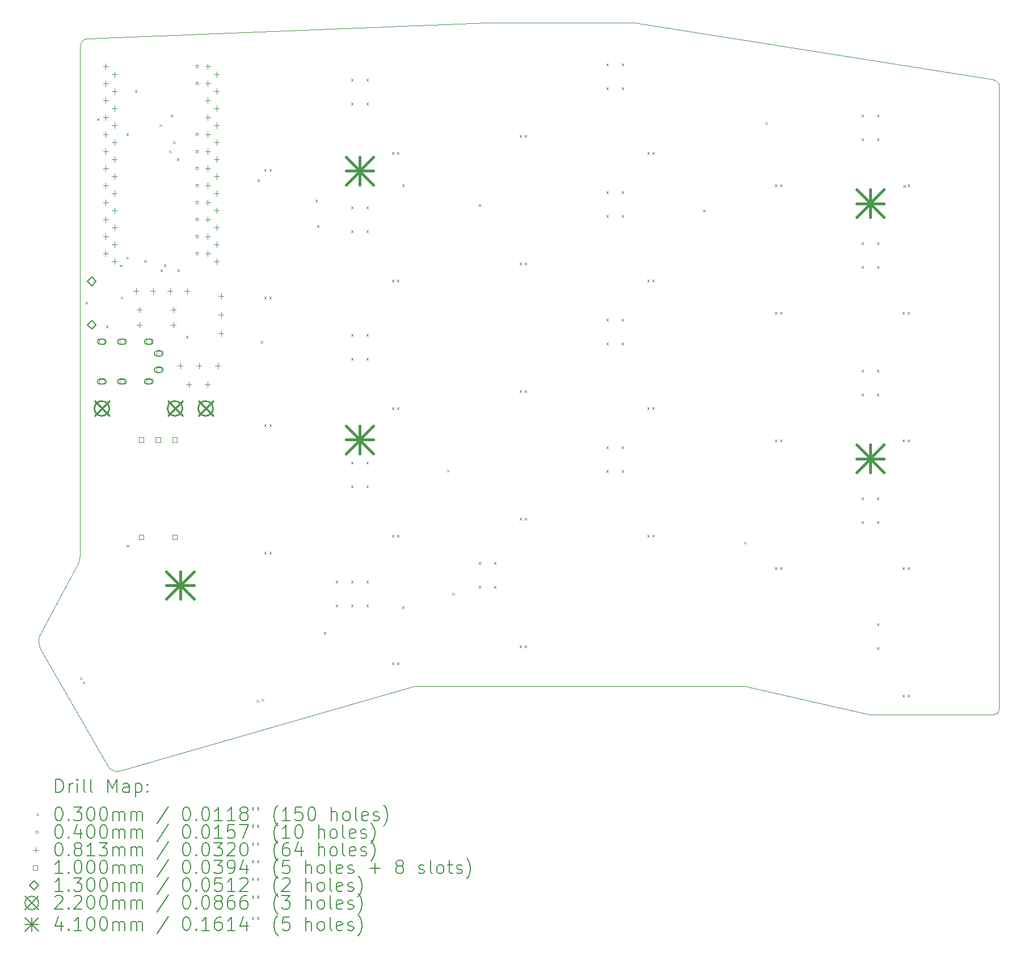
<source format=gbr>
%FSLAX45Y45*%
G04 Gerber Fmt 4.5, Leading zero omitted, Abs format (unit mm)*
G04 Created by KiCad (PCBNEW (6.0.2-0)) date 2022-02-19 09:10:47*
%MOMM*%
%LPD*%
G01*
G04 APERTURE LIST*
%TA.AperFunction,Profile*%
%ADD10C,0.100000*%
%TD*%
%ADD11C,0.200000*%
%ADD12C,0.030000*%
%ADD13C,0.040000*%
%ADD14C,0.081280*%
%ADD15C,0.100000*%
%ADD16C,0.130000*%
%ADD17C,0.220000*%
%ADD18C,0.410000*%
G04 APERTURE END LIST*
D10*
X13148013Y-13618900D02*
X18082600Y-13618900D01*
X19943430Y-14044882D02*
X18082600Y-13618900D01*
X7562600Y-13058900D02*
X7547600Y-13008900D01*
X7547600Y-13008900D02*
X7542600Y-12948900D01*
X7542600Y-12948900D02*
X7542600Y-12908900D01*
X7542600Y-12908900D02*
X7552600Y-12858900D01*
X8160126Y-11658900D02*
X8152600Y-11723900D01*
X8152600Y-11723900D02*
X8132600Y-11783900D01*
X8587600Y-14838900D02*
X8622600Y-14868900D01*
X8622600Y-14868900D02*
X8667600Y-14883900D01*
X8667600Y-14883900D02*
X8711200Y-14890500D01*
X7552600Y-12858900D02*
X8132600Y-11783900D01*
X8193726Y-3985183D02*
X8210775Y-3971116D01*
X8169038Y-4021801D02*
X8179659Y-4002233D01*
X21860988Y-4618681D02*
X21869628Y-4636767D01*
X21780144Y-4563415D02*
X21800311Y-4568578D01*
X8179659Y-4002233D02*
X8193726Y-3985183D01*
X21800311Y-4568578D02*
X21818787Y-4577047D01*
X21875038Y-4656357D02*
X21876918Y-4677090D01*
X8587600Y-14838900D02*
X7562600Y-13058900D01*
X21794074Y-14044882D02*
X19943430Y-14044882D01*
X21794074Y-14044882D02*
G75*
G03*
X21876880Y-13962597I672J82132D01*
G01*
X21876918Y-4677090D02*
X21876880Y-13962597D01*
X8162326Y-4043426D02*
X8169038Y-4021801D01*
X16427600Y-3718900D02*
X21780144Y-4563415D01*
X8159986Y-4066643D02*
X8162326Y-4043426D01*
X21869628Y-4636767D02*
X21875038Y-4656357D01*
X8210775Y-3971116D02*
X8230344Y-3960494D01*
X21818787Y-4577047D02*
X21835262Y-4588460D01*
X21849432Y-4602458D02*
X21860988Y-4618681D01*
X8160126Y-11658900D02*
X8159986Y-4066643D01*
X13148013Y-13618900D02*
X8754872Y-14885416D01*
X8251968Y-3953781D02*
X8275185Y-3951440D01*
X8230344Y-3960494D02*
X8251968Y-3953781D01*
X14232600Y-3718900D02*
X16427600Y-3718900D01*
X21835262Y-4588460D02*
X21849432Y-4602458D01*
X14232600Y-3718900D02*
X8275185Y-3951440D01*
X8711200Y-14890500D02*
X8754872Y-14885416D01*
D11*
D12*
X8158330Y-13486279D02*
X8188330Y-13516279D01*
X8188330Y-13486279D02*
X8158330Y-13516279D01*
X8196430Y-13552271D02*
X8226430Y-13582271D01*
X8226430Y-13552271D02*
X8196430Y-13582271D01*
X8240000Y-7884400D02*
X8270000Y-7914400D01*
X8270000Y-7884400D02*
X8240000Y-7914400D01*
X8414185Y-5142172D02*
X8444185Y-5172172D01*
X8444185Y-5142172D02*
X8414185Y-5172172D01*
X8544800Y-8240000D02*
X8574800Y-8270000D01*
X8574800Y-8240000D02*
X8544800Y-8270000D01*
X8752538Y-7328669D02*
X8782538Y-7358669D01*
X8782538Y-7328669D02*
X8752538Y-7358669D01*
X8768400Y-7808200D02*
X8798400Y-7838200D01*
X8798400Y-7808200D02*
X8768400Y-7838200D01*
X8849626Y-5366000D02*
X8879626Y-5396000D01*
X8879626Y-5366000D02*
X8849626Y-5396000D01*
X8849626Y-7210598D02*
X8879626Y-7240598D01*
X8879626Y-7210598D02*
X8849626Y-7240598D01*
X8854680Y-11508980D02*
X8884680Y-11538980D01*
X8884680Y-11508980D02*
X8854680Y-11538980D01*
X8977026Y-4723575D02*
X9007026Y-4753575D01*
X9007026Y-4723575D02*
X8977026Y-4753575D01*
X9117800Y-7260600D02*
X9147800Y-7290600D01*
X9147800Y-7260600D02*
X9117800Y-7290600D01*
X9343426Y-5231575D02*
X9373426Y-5261575D01*
X9373426Y-5231575D02*
X9343426Y-5261575D01*
X9357600Y-7401800D02*
X9387600Y-7431800D01*
X9387600Y-7401800D02*
X9357600Y-7431800D01*
X9408400Y-7325600D02*
X9438400Y-7355600D01*
X9438400Y-7325600D02*
X9408400Y-7355600D01*
X9488400Y-5620000D02*
X9518400Y-5650000D01*
X9518400Y-5620000D02*
X9488400Y-5650000D01*
X9510000Y-5090400D02*
X9540000Y-5120400D01*
X9540000Y-5090400D02*
X9510000Y-5120400D01*
X9549575Y-5485575D02*
X9579575Y-5515575D01*
X9579575Y-5485575D02*
X9549575Y-5515575D01*
X9602075Y-5739574D02*
X9632075Y-5769574D01*
X9632075Y-5739574D02*
X9602075Y-5769574D01*
X9611600Y-7401800D02*
X9641600Y-7431800D01*
X9641600Y-7401800D02*
X9611600Y-7431800D01*
X9738600Y-8392400D02*
X9768600Y-8422400D01*
X9768600Y-8392400D02*
X9738600Y-8422400D01*
X10793742Y-13827738D02*
X10823742Y-13857738D01*
X10823742Y-13827738D02*
X10793742Y-13857738D01*
X10805400Y-6055600D02*
X10835400Y-6085600D01*
X10835400Y-6055600D02*
X10805400Y-6085600D01*
X10856200Y-8468600D02*
X10886200Y-8498600D01*
X10886200Y-8468600D02*
X10856200Y-8498600D01*
X10867346Y-13808016D02*
X10897346Y-13838016D01*
X10897346Y-13808016D02*
X10867346Y-13838016D01*
X10907000Y-5903200D02*
X10937000Y-5933200D01*
X10937000Y-5903200D02*
X10907000Y-5933200D01*
X10907000Y-7808200D02*
X10937000Y-7838200D01*
X10937000Y-7808200D02*
X10907000Y-7838200D01*
X10907000Y-9713200D02*
X10937000Y-9743200D01*
X10937000Y-9713200D02*
X10907000Y-9743200D01*
X10907000Y-11618200D02*
X10937000Y-11648200D01*
X10937000Y-11618200D02*
X10907000Y-11648200D01*
X10983200Y-5903200D02*
X11013200Y-5933200D01*
X11013200Y-5903200D02*
X10983200Y-5933200D01*
X10983200Y-7808200D02*
X11013200Y-7838200D01*
X11013200Y-7808200D02*
X10983200Y-7838200D01*
X10983200Y-9713200D02*
X11013200Y-9743200D01*
X11013200Y-9713200D02*
X10983200Y-9743200D01*
X10983200Y-11618200D02*
X11013200Y-11648200D01*
X11013200Y-11618200D02*
X10983200Y-11648200D01*
X11669000Y-6360400D02*
X11699000Y-6390400D01*
X11699000Y-6360400D02*
X11669000Y-6390400D01*
X11694400Y-6741400D02*
X11724400Y-6771400D01*
X11724400Y-6741400D02*
X11694400Y-6771400D01*
X11796000Y-12812000D02*
X11826000Y-12842000D01*
X11826000Y-12812000D02*
X11796000Y-12842000D01*
X11973800Y-12050000D02*
X12003800Y-12080000D01*
X12003800Y-12050000D02*
X11973800Y-12080000D01*
X11973800Y-12405600D02*
X12003800Y-12435600D01*
X12003800Y-12405600D02*
X11973800Y-12435600D01*
X12202400Y-4557000D02*
X12232400Y-4587000D01*
X12232400Y-4557000D02*
X12202400Y-4587000D01*
X12202400Y-4912600D02*
X12232400Y-4942600D01*
X12232400Y-4912600D02*
X12202400Y-4942600D01*
X12202400Y-6462000D02*
X12232400Y-6492000D01*
X12232400Y-6462000D02*
X12202400Y-6492000D01*
X12202400Y-6817600D02*
X12232400Y-6847600D01*
X12232400Y-6817600D02*
X12202400Y-6847600D01*
X12202400Y-8367000D02*
X12232400Y-8397000D01*
X12232400Y-8367000D02*
X12202400Y-8397000D01*
X12202400Y-8722600D02*
X12232400Y-8752600D01*
X12232400Y-8722600D02*
X12202400Y-8752600D01*
X12202400Y-10272000D02*
X12232400Y-10302000D01*
X12232400Y-10272000D02*
X12202400Y-10302000D01*
X12202400Y-10627600D02*
X12232400Y-10657600D01*
X12232400Y-10627600D02*
X12202400Y-10657600D01*
X12202400Y-12050000D02*
X12232400Y-12080000D01*
X12232400Y-12050000D02*
X12202400Y-12080000D01*
X12202400Y-12405600D02*
X12232400Y-12435600D01*
X12232400Y-12405600D02*
X12202400Y-12435600D01*
X12431000Y-4557000D02*
X12461000Y-4587000D01*
X12461000Y-4557000D02*
X12431000Y-4587000D01*
X12431000Y-4912600D02*
X12461000Y-4942600D01*
X12461000Y-4912600D02*
X12431000Y-4942600D01*
X12431000Y-6462000D02*
X12461000Y-6492000D01*
X12461000Y-6462000D02*
X12431000Y-6492000D01*
X12431000Y-6817600D02*
X12461000Y-6847600D01*
X12461000Y-6817600D02*
X12431000Y-6847600D01*
X12431000Y-8367000D02*
X12461000Y-8397000D01*
X12461000Y-8367000D02*
X12431000Y-8397000D01*
X12431000Y-8722600D02*
X12461000Y-8752600D01*
X12461000Y-8722600D02*
X12431000Y-8752600D01*
X12431000Y-10272000D02*
X12461000Y-10302000D01*
X12461000Y-10272000D02*
X12431000Y-10302000D01*
X12431000Y-10627600D02*
X12461000Y-10657600D01*
X12461000Y-10627600D02*
X12431000Y-10657600D01*
X12431000Y-12050000D02*
X12461000Y-12080000D01*
X12461000Y-12050000D02*
X12431000Y-12080000D01*
X12431000Y-12405600D02*
X12461000Y-12435600D01*
X12461000Y-12405600D02*
X12431000Y-12435600D01*
X12812000Y-5649200D02*
X12842000Y-5679200D01*
X12842000Y-5649200D02*
X12812000Y-5679200D01*
X12812000Y-7554200D02*
X12842000Y-7584200D01*
X12842000Y-7554200D02*
X12812000Y-7584200D01*
X12812000Y-9459200D02*
X12842000Y-9489200D01*
X12842000Y-9459200D02*
X12812000Y-9489200D01*
X12812000Y-11364200D02*
X12842000Y-11394200D01*
X12842000Y-11364200D02*
X12812000Y-11394200D01*
X12812000Y-13269200D02*
X12842000Y-13299200D01*
X12842000Y-13269200D02*
X12812000Y-13299200D01*
X12888200Y-5649200D02*
X12918200Y-5679200D01*
X12918200Y-5649200D02*
X12888200Y-5679200D01*
X12888200Y-7554200D02*
X12918200Y-7584200D01*
X12918200Y-7554200D02*
X12888200Y-7584200D01*
X12888200Y-9459200D02*
X12918200Y-9489200D01*
X12918200Y-9459200D02*
X12888200Y-9489200D01*
X12888200Y-11364200D02*
X12918200Y-11394200D01*
X12918200Y-11364200D02*
X12888200Y-11394200D01*
X12888200Y-13269200D02*
X12918200Y-13299200D01*
X12918200Y-13269200D02*
X12888200Y-13299200D01*
X12964400Y-6131800D02*
X12994400Y-6161800D01*
X12994400Y-6131800D02*
X12964400Y-6161800D01*
X12964400Y-12431000D02*
X12994400Y-12461000D01*
X12994400Y-12431000D02*
X12964400Y-12461000D01*
X13637500Y-10386300D02*
X13667500Y-10416300D01*
X13667500Y-10386300D02*
X13637500Y-10416300D01*
X13713700Y-12227800D02*
X13743700Y-12257800D01*
X13743700Y-12227800D02*
X13713700Y-12257800D01*
X14107400Y-6423900D02*
X14137400Y-6453900D01*
X14137400Y-6423900D02*
X14107400Y-6453900D01*
X14107400Y-11770600D02*
X14137400Y-11800600D01*
X14137400Y-11770600D02*
X14107400Y-11800600D01*
X14107400Y-12126200D02*
X14137400Y-12156200D01*
X14137400Y-12126200D02*
X14107400Y-12156200D01*
X14335850Y-11770750D02*
X14365850Y-11800750D01*
X14365850Y-11770750D02*
X14335850Y-11800750D01*
X14336150Y-12126050D02*
X14366150Y-12156050D01*
X14366150Y-12126050D02*
X14336150Y-12156050D01*
X14717000Y-5395200D02*
X14747000Y-5425200D01*
X14747000Y-5395200D02*
X14717000Y-5425200D01*
X14717000Y-7300200D02*
X14747000Y-7330200D01*
X14747000Y-7300200D02*
X14717000Y-7330200D01*
X14717000Y-9205200D02*
X14747000Y-9235200D01*
X14747000Y-9205200D02*
X14717000Y-9235200D01*
X14717000Y-11110200D02*
X14747000Y-11140200D01*
X14747000Y-11110200D02*
X14717000Y-11140200D01*
X14717000Y-13015200D02*
X14747000Y-13045200D01*
X14747000Y-13015200D02*
X14717000Y-13045200D01*
X14793200Y-5395200D02*
X14823200Y-5425200D01*
X14823200Y-5395200D02*
X14793200Y-5425200D01*
X14793200Y-7300200D02*
X14823200Y-7330200D01*
X14823200Y-7300200D02*
X14793200Y-7330200D01*
X14793200Y-9205200D02*
X14823200Y-9235200D01*
X14823200Y-9205200D02*
X14793200Y-9235200D01*
X14793200Y-11110200D02*
X14823200Y-11140200D01*
X14823200Y-11110200D02*
X14793200Y-11140200D01*
X14793200Y-13015200D02*
X14823200Y-13045200D01*
X14823200Y-13015200D02*
X14793200Y-13045200D01*
X16012400Y-4328400D02*
X16042400Y-4358400D01*
X16042400Y-4328400D02*
X16012400Y-4358400D01*
X16012400Y-4684000D02*
X16042400Y-4714000D01*
X16042400Y-4684000D02*
X16012400Y-4714000D01*
X16012400Y-6233400D02*
X16042400Y-6263400D01*
X16042400Y-6233400D02*
X16012400Y-6263400D01*
X16012400Y-6589000D02*
X16042400Y-6619000D01*
X16042400Y-6589000D02*
X16012400Y-6619000D01*
X16012400Y-8138400D02*
X16042400Y-8168400D01*
X16042400Y-8138400D02*
X16012400Y-8168400D01*
X16012400Y-8494000D02*
X16042400Y-8524000D01*
X16042400Y-8494000D02*
X16012400Y-8524000D01*
X16012400Y-10043400D02*
X16042400Y-10073400D01*
X16042400Y-10043400D02*
X16012400Y-10073400D01*
X16012400Y-10399000D02*
X16042400Y-10429000D01*
X16042400Y-10399000D02*
X16012400Y-10429000D01*
X16241000Y-4328400D02*
X16271000Y-4358400D01*
X16271000Y-4328400D02*
X16241000Y-4358400D01*
X16241000Y-4684000D02*
X16271000Y-4714000D01*
X16271000Y-4684000D02*
X16241000Y-4714000D01*
X16241000Y-6233400D02*
X16271000Y-6263400D01*
X16271000Y-6233400D02*
X16241000Y-6263400D01*
X16241000Y-6589000D02*
X16271000Y-6619000D01*
X16271000Y-6589000D02*
X16241000Y-6619000D01*
X16241000Y-8138400D02*
X16271000Y-8168400D01*
X16271000Y-8138400D02*
X16241000Y-8168400D01*
X16241000Y-8494000D02*
X16271000Y-8524000D01*
X16271000Y-8494000D02*
X16241000Y-8524000D01*
X16241000Y-10043400D02*
X16271000Y-10073400D01*
X16271000Y-10043400D02*
X16241000Y-10073400D01*
X16241000Y-10399000D02*
X16271000Y-10429000D01*
X16271000Y-10399000D02*
X16241000Y-10429000D01*
X16622000Y-5649200D02*
X16652000Y-5679200D01*
X16652000Y-5649200D02*
X16622000Y-5679200D01*
X16622000Y-7554200D02*
X16652000Y-7584200D01*
X16652000Y-7554200D02*
X16622000Y-7584200D01*
X16622000Y-9459200D02*
X16652000Y-9489200D01*
X16652000Y-9459200D02*
X16622000Y-9489200D01*
X16622000Y-11364200D02*
X16652000Y-11394200D01*
X16652000Y-11364200D02*
X16622000Y-11394200D01*
X16698200Y-5649200D02*
X16728200Y-5679200D01*
X16728200Y-5649200D02*
X16698200Y-5679200D01*
X16698200Y-7554200D02*
X16728200Y-7584200D01*
X16728200Y-7554200D02*
X16698200Y-7584200D01*
X16698200Y-9459200D02*
X16728200Y-9489200D01*
X16728200Y-9459200D02*
X16698200Y-9489200D01*
X16698200Y-11364200D02*
X16728200Y-11394200D01*
X16728200Y-11364200D02*
X16698200Y-11394200D01*
X17453850Y-6506450D02*
X17483850Y-6536450D01*
X17483850Y-6506450D02*
X17453850Y-6536450D01*
X18064201Y-11461701D02*
X18094201Y-11491701D01*
X18094201Y-11461701D02*
X18064201Y-11491701D01*
X18387300Y-5198350D02*
X18417300Y-5228350D01*
X18417300Y-5198350D02*
X18387300Y-5228350D01*
X18527000Y-6131800D02*
X18557000Y-6161800D01*
X18557000Y-6131800D02*
X18527000Y-6161800D01*
X18527000Y-8036800D02*
X18557000Y-8066800D01*
X18557000Y-8036800D02*
X18527000Y-8066800D01*
X18527000Y-9941800D02*
X18557000Y-9971800D01*
X18557000Y-9941800D02*
X18527000Y-9971800D01*
X18527000Y-11846800D02*
X18557000Y-11876800D01*
X18557000Y-11846800D02*
X18527000Y-11876800D01*
X18603200Y-6131800D02*
X18633200Y-6161800D01*
X18633200Y-6131800D02*
X18603200Y-6161800D01*
X18603200Y-8036800D02*
X18633200Y-8066800D01*
X18633200Y-8036800D02*
X18603200Y-8066800D01*
X18603200Y-9941800D02*
X18633200Y-9971800D01*
X18633200Y-9941800D02*
X18603200Y-9971800D01*
X18603200Y-11846800D02*
X18633200Y-11876800D01*
X18633200Y-11846800D02*
X18603200Y-11876800D01*
X19822400Y-5090400D02*
X19852400Y-5120400D01*
X19852400Y-5090400D02*
X19822400Y-5120400D01*
X19822400Y-5446000D02*
X19852400Y-5476000D01*
X19852400Y-5446000D02*
X19822400Y-5476000D01*
X19822400Y-6995400D02*
X19852400Y-7025400D01*
X19852400Y-6995400D02*
X19822400Y-7025400D01*
X19822400Y-7351000D02*
X19852400Y-7381000D01*
X19852400Y-7351000D02*
X19822400Y-7381000D01*
X19822400Y-8900400D02*
X19852400Y-8930400D01*
X19852400Y-8900400D02*
X19822400Y-8930400D01*
X19822400Y-9256000D02*
X19852400Y-9286000D01*
X19852400Y-9256000D02*
X19822400Y-9286000D01*
X19822400Y-10805400D02*
X19852400Y-10835400D01*
X19852400Y-10805400D02*
X19822400Y-10835400D01*
X19822400Y-11161000D02*
X19852400Y-11191000D01*
X19852400Y-11161000D02*
X19822400Y-11191000D01*
X20051000Y-5090400D02*
X20081000Y-5120400D01*
X20081000Y-5090400D02*
X20051000Y-5120400D01*
X20051000Y-6995400D02*
X20081000Y-7025400D01*
X20081000Y-6995400D02*
X20051000Y-7025400D01*
X20051000Y-7351000D02*
X20081000Y-7381000D01*
X20081000Y-7351000D02*
X20051000Y-7381000D01*
X20051000Y-8900400D02*
X20081000Y-8930400D01*
X20081000Y-8900400D02*
X20051000Y-8930400D01*
X20051000Y-9256000D02*
X20081000Y-9286000D01*
X20081000Y-9256000D02*
X20051000Y-9286000D01*
X20051000Y-10805400D02*
X20081000Y-10835400D01*
X20081000Y-10805400D02*
X20051000Y-10835400D01*
X20051000Y-11161000D02*
X20081000Y-11191000D01*
X20081000Y-11161000D02*
X20051000Y-11191000D01*
X20051000Y-12685000D02*
X20081000Y-12715000D01*
X20081000Y-12685000D02*
X20051000Y-12715000D01*
X20051150Y-5445850D02*
X20081150Y-5475850D01*
X20081150Y-5445850D02*
X20051150Y-5475850D01*
X20051150Y-13040450D02*
X20081150Y-13070450D01*
X20081150Y-13040450D02*
X20051150Y-13070450D01*
X20432000Y-8036800D02*
X20462000Y-8066800D01*
X20462000Y-8036800D02*
X20432000Y-8066800D01*
X20432000Y-9941800D02*
X20462000Y-9971800D01*
X20462000Y-9941800D02*
X20432000Y-9971800D01*
X20432000Y-11846800D02*
X20462000Y-11876800D01*
X20462000Y-11846800D02*
X20432000Y-11876800D01*
X20432000Y-13751800D02*
X20462000Y-13781800D01*
X20462000Y-13751800D02*
X20432000Y-13781800D01*
X20442701Y-6140547D02*
X20472701Y-6170547D01*
X20472701Y-6140547D02*
X20442701Y-6170547D01*
X20508200Y-6131800D02*
X20538200Y-6161800D01*
X20538200Y-6131800D02*
X20508200Y-6161800D01*
X20508200Y-8036800D02*
X20538200Y-8066800D01*
X20538200Y-8036800D02*
X20508200Y-8066800D01*
X20508200Y-9941800D02*
X20538200Y-9971800D01*
X20538200Y-9941800D02*
X20508200Y-9971800D01*
X20508200Y-11846800D02*
X20538200Y-11876800D01*
X20538200Y-11846800D02*
X20508200Y-11876800D01*
X20508200Y-13751800D02*
X20538200Y-13781800D01*
X20538200Y-13751800D02*
X20508200Y-13781800D01*
D13*
X9926000Y-4368800D02*
G75*
G03*
X9926000Y-4368800I-20000J0D01*
G01*
X9926000Y-4622800D02*
G75*
G03*
X9926000Y-4622800I-20000J0D01*
G01*
X9926000Y-5384800D02*
G75*
G03*
X9926000Y-5384800I-20000J0D01*
G01*
X9926000Y-5638800D02*
G75*
G03*
X9926000Y-5638800I-20000J0D01*
G01*
X9926000Y-5892800D02*
G75*
G03*
X9926000Y-5892800I-20000J0D01*
G01*
X9926000Y-6146800D02*
G75*
G03*
X9926000Y-6146800I-20000J0D01*
G01*
X9926000Y-6400800D02*
G75*
G03*
X9926000Y-6400800I-20000J0D01*
G01*
X9926000Y-6654800D02*
G75*
G03*
X9926000Y-6654800I-20000J0D01*
G01*
X9926000Y-6908800D02*
G75*
G03*
X9926000Y-6908800I-20000J0D01*
G01*
X9926000Y-7162800D02*
G75*
G03*
X9926000Y-7162800I-20000J0D01*
G01*
D14*
X8541400Y-4324360D02*
X8541400Y-4405640D01*
X8500760Y-4365000D02*
X8582040Y-4365000D01*
X8541400Y-4578360D02*
X8541400Y-4659640D01*
X8500760Y-4619000D02*
X8582040Y-4619000D01*
X8541400Y-4832360D02*
X8541400Y-4913640D01*
X8500760Y-4873000D02*
X8582040Y-4873000D01*
X8541400Y-5086360D02*
X8541400Y-5167640D01*
X8500760Y-5127000D02*
X8582040Y-5127000D01*
X8541400Y-5340360D02*
X8541400Y-5421640D01*
X8500760Y-5381000D02*
X8582040Y-5381000D01*
X8541400Y-5594360D02*
X8541400Y-5675640D01*
X8500760Y-5635000D02*
X8582040Y-5635000D01*
X8541400Y-5848360D02*
X8541400Y-5929640D01*
X8500760Y-5889000D02*
X8582040Y-5889000D01*
X8541400Y-6102360D02*
X8541400Y-6183640D01*
X8500760Y-6143000D02*
X8582040Y-6143000D01*
X8541400Y-6356360D02*
X8541400Y-6437640D01*
X8500760Y-6397000D02*
X8582040Y-6397000D01*
X8541400Y-6610360D02*
X8541400Y-6691640D01*
X8500760Y-6651000D02*
X8582040Y-6651000D01*
X8541400Y-6864360D02*
X8541400Y-6945640D01*
X8500760Y-6905000D02*
X8582040Y-6905000D01*
X8541400Y-7118360D02*
X8541400Y-7199640D01*
X8500760Y-7159000D02*
X8582040Y-7159000D01*
X8671282Y-4443935D02*
X8671282Y-4525215D01*
X8630642Y-4484575D02*
X8711922Y-4484575D01*
X8671282Y-4697935D02*
X8671282Y-4779215D01*
X8630642Y-4738575D02*
X8711922Y-4738575D01*
X8671282Y-4951935D02*
X8671282Y-5033215D01*
X8630642Y-4992575D02*
X8711922Y-4992575D01*
X8671282Y-5205935D02*
X8671282Y-5287215D01*
X8630642Y-5246575D02*
X8711922Y-5246575D01*
X8671282Y-5459935D02*
X8671282Y-5541215D01*
X8630642Y-5500575D02*
X8711922Y-5500575D01*
X8671282Y-5713934D02*
X8671282Y-5795214D01*
X8630642Y-5754574D02*
X8711922Y-5754574D01*
X8671282Y-5967934D02*
X8671282Y-6049214D01*
X8630642Y-6008574D02*
X8711922Y-6008574D01*
X8671282Y-6221934D02*
X8671282Y-6303214D01*
X8630642Y-6262574D02*
X8711922Y-6262574D01*
X8671282Y-6475934D02*
X8671282Y-6557214D01*
X8630642Y-6516574D02*
X8711922Y-6516574D01*
X8671282Y-6729934D02*
X8671282Y-6811214D01*
X8630642Y-6770574D02*
X8711922Y-6770574D01*
X8671282Y-6983934D02*
X8671282Y-7065214D01*
X8630642Y-7024574D02*
X8711922Y-7024574D01*
X8671282Y-7237934D02*
X8671282Y-7319214D01*
X8630642Y-7278574D02*
X8711922Y-7278574D01*
X8991600Y-7680960D02*
X8991600Y-7762240D01*
X8950960Y-7721600D02*
X9032240Y-7721600D01*
X9042400Y-7960360D02*
X9042400Y-8041640D01*
X9001760Y-8001000D02*
X9083040Y-8001000D01*
X9042400Y-8188960D02*
X9042400Y-8270240D01*
X9001760Y-8229600D02*
X9083040Y-8229600D01*
X9245600Y-7680960D02*
X9245600Y-7762240D01*
X9204960Y-7721600D02*
X9286240Y-7721600D01*
X9499600Y-7680960D02*
X9499600Y-7762240D01*
X9458960Y-7721600D02*
X9540240Y-7721600D01*
X9550400Y-7960360D02*
X9550400Y-8041640D01*
X9509760Y-8001000D02*
X9591040Y-8001000D01*
X9550400Y-8188960D02*
X9550400Y-8270240D01*
X9509760Y-8229600D02*
X9591040Y-8229600D01*
X9652000Y-8798560D02*
X9652000Y-8879840D01*
X9611360Y-8839200D02*
X9692640Y-8839200D01*
X9753600Y-7680960D02*
X9753600Y-7762240D01*
X9712960Y-7721600D02*
X9794240Y-7721600D01*
X9779000Y-9077960D02*
X9779000Y-9159240D01*
X9738360Y-9118600D02*
X9819640Y-9118600D01*
X9931400Y-8798560D02*
X9931400Y-8879840D01*
X9890760Y-8839200D02*
X9972040Y-8839200D01*
X10058400Y-9077960D02*
X10058400Y-9159240D01*
X10017760Y-9118600D02*
X10099040Y-9118600D01*
X10065400Y-4324360D02*
X10065400Y-4405640D01*
X10024760Y-4365000D02*
X10106040Y-4365000D01*
X10065400Y-4578360D02*
X10065400Y-4659640D01*
X10024760Y-4619000D02*
X10106040Y-4619000D01*
X10065400Y-4832360D02*
X10065400Y-4913640D01*
X10024760Y-4873000D02*
X10106040Y-4873000D01*
X10065400Y-5086360D02*
X10065400Y-5167640D01*
X10024760Y-5127000D02*
X10106040Y-5127000D01*
X10065400Y-5340360D02*
X10065400Y-5421640D01*
X10024760Y-5381000D02*
X10106040Y-5381000D01*
X10065400Y-5594360D02*
X10065400Y-5675640D01*
X10024760Y-5635000D02*
X10106040Y-5635000D01*
X10065400Y-5848360D02*
X10065400Y-5929640D01*
X10024760Y-5889000D02*
X10106040Y-5889000D01*
X10065400Y-6102360D02*
X10065400Y-6183640D01*
X10024760Y-6143000D02*
X10106040Y-6143000D01*
X10065400Y-6356360D02*
X10065400Y-6437640D01*
X10024760Y-6397000D02*
X10106040Y-6397000D01*
X10065400Y-6610360D02*
X10065400Y-6691640D01*
X10024760Y-6651000D02*
X10106040Y-6651000D01*
X10065400Y-6864360D02*
X10065400Y-6945640D01*
X10024760Y-6905000D02*
X10106040Y-6905000D01*
X10065400Y-7118360D02*
X10065400Y-7199640D01*
X10024760Y-7159000D02*
X10106040Y-7159000D01*
X10195282Y-4443935D02*
X10195282Y-4525215D01*
X10154642Y-4484575D02*
X10235922Y-4484575D01*
X10195282Y-4697935D02*
X10195282Y-4779215D01*
X10154642Y-4738575D02*
X10235922Y-4738575D01*
X10195282Y-4951935D02*
X10195282Y-5033215D01*
X10154642Y-4992575D02*
X10235922Y-4992575D01*
X10195282Y-5205935D02*
X10195282Y-5287215D01*
X10154642Y-5246575D02*
X10235922Y-5246575D01*
X10195282Y-5459935D02*
X10195282Y-5541215D01*
X10154642Y-5500575D02*
X10235922Y-5500575D01*
X10195282Y-5713934D02*
X10195282Y-5795214D01*
X10154642Y-5754574D02*
X10235922Y-5754574D01*
X10195282Y-5967934D02*
X10195282Y-6049214D01*
X10154642Y-6008574D02*
X10235922Y-6008574D01*
X10195282Y-6221934D02*
X10195282Y-6303214D01*
X10154642Y-6262574D02*
X10235922Y-6262574D01*
X10195282Y-6475934D02*
X10195282Y-6557214D01*
X10154642Y-6516574D02*
X10235922Y-6516574D01*
X10195282Y-6729934D02*
X10195282Y-6811214D01*
X10154642Y-6770574D02*
X10235922Y-6770574D01*
X10195282Y-6983934D02*
X10195282Y-7065214D01*
X10154642Y-7024574D02*
X10235922Y-7024574D01*
X10195282Y-7237934D02*
X10195282Y-7319214D01*
X10154642Y-7278574D02*
X10235922Y-7278574D01*
X10210800Y-8798560D02*
X10210800Y-8879840D01*
X10170160Y-8839200D02*
X10251440Y-8839200D01*
X10261600Y-7757160D02*
X10261600Y-7838440D01*
X10220960Y-7797800D02*
X10302240Y-7797800D01*
X10261600Y-8036560D02*
X10261600Y-8117840D01*
X10220960Y-8077200D02*
X10302240Y-8077200D01*
X10261600Y-8315960D02*
X10261600Y-8397240D01*
X10220960Y-8356600D02*
X10302240Y-8356600D01*
D15*
X8518756Y-8512156D02*
X8518756Y-8441444D01*
X8448044Y-8441444D01*
X8448044Y-8512156D01*
X8518756Y-8512156D01*
D11*
X8458400Y-8516800D02*
X8508400Y-8516800D01*
X8458400Y-8436800D02*
X8508400Y-8436800D01*
X8508400Y-8516800D02*
G75*
G03*
X8508400Y-8436800I0J40000D01*
G01*
X8458400Y-8436800D02*
G75*
G03*
X8458400Y-8516800I0J-40000D01*
G01*
D15*
X8518756Y-9107156D02*
X8518756Y-9036444D01*
X8448044Y-9036444D01*
X8448044Y-9107156D01*
X8518756Y-9107156D01*
D11*
X8458400Y-9111800D02*
X8508400Y-9111800D01*
X8458400Y-9031800D02*
X8508400Y-9031800D01*
X8508400Y-9111800D02*
G75*
G03*
X8508400Y-9031800I0J40000D01*
G01*
X8458400Y-9031800D02*
G75*
G03*
X8458400Y-9111800I0J-40000D01*
G01*
D15*
X8818756Y-8512156D02*
X8818756Y-8441444D01*
X8748044Y-8441444D01*
X8748044Y-8512156D01*
X8818756Y-8512156D01*
D11*
X8758400Y-8516800D02*
X8808400Y-8516800D01*
X8758400Y-8436800D02*
X8808400Y-8436800D01*
X8808400Y-8516800D02*
G75*
G03*
X8808400Y-8436800I0J40000D01*
G01*
X8758400Y-8436800D02*
G75*
G03*
X8758400Y-8516800I0J-40000D01*
G01*
D15*
X8818756Y-9107156D02*
X8818756Y-9036444D01*
X8748044Y-9036444D01*
X8748044Y-9107156D01*
X8818756Y-9107156D01*
D11*
X8758400Y-9111800D02*
X8808400Y-9111800D01*
X8758400Y-9031800D02*
X8808400Y-9031800D01*
X8808400Y-9111800D02*
G75*
G03*
X8808400Y-9031800I0J40000D01*
G01*
X8758400Y-9031800D02*
G75*
G03*
X8758400Y-9111800I0J-40000D01*
G01*
D15*
X9107156Y-9978756D02*
X9107156Y-9908044D01*
X9036444Y-9908044D01*
X9036444Y-9978756D01*
X9107156Y-9978756D01*
X9107156Y-11428756D02*
X9107156Y-11358044D01*
X9036444Y-11358044D01*
X9036444Y-11428756D01*
X9107156Y-11428756D01*
X9218756Y-8512156D02*
X9218756Y-8441444D01*
X9148044Y-8441444D01*
X9148044Y-8512156D01*
X9218756Y-8512156D01*
D11*
X9158400Y-8516800D02*
X9208400Y-8516800D01*
X9158400Y-8436800D02*
X9208400Y-8436800D01*
X9208400Y-8516800D02*
G75*
G03*
X9208400Y-8436800I0J40000D01*
G01*
X9158400Y-8436800D02*
G75*
G03*
X9158400Y-8516800I0J-40000D01*
G01*
D15*
X9218756Y-9107156D02*
X9218756Y-9036444D01*
X9148044Y-9036444D01*
X9148044Y-9107156D01*
X9218756Y-9107156D01*
D11*
X9158400Y-9111800D02*
X9208400Y-9111800D01*
X9158400Y-9031800D02*
X9208400Y-9031800D01*
X9208400Y-9111800D02*
G75*
G03*
X9208400Y-9031800I0J40000D01*
G01*
X9158400Y-9031800D02*
G75*
G03*
X9158400Y-9111800I0J-40000D01*
G01*
D15*
X9357156Y-9978756D02*
X9357156Y-9908044D01*
X9286444Y-9908044D01*
X9286444Y-9978756D01*
X9357156Y-9978756D01*
X9368756Y-8687156D02*
X9368756Y-8616444D01*
X9298044Y-8616444D01*
X9298044Y-8687156D01*
X9368756Y-8687156D01*
D11*
X9308400Y-8691800D02*
X9358400Y-8691800D01*
X9308400Y-8611800D02*
X9358400Y-8611800D01*
X9358400Y-8691800D02*
G75*
G03*
X9358400Y-8611800I0J40000D01*
G01*
X9308400Y-8611800D02*
G75*
G03*
X9308400Y-8691800I0J-40000D01*
G01*
D15*
X9368756Y-8932156D02*
X9368756Y-8861444D01*
X9298044Y-8861444D01*
X9298044Y-8932156D01*
X9368756Y-8932156D01*
D11*
X9308400Y-8936800D02*
X9358400Y-8936800D01*
X9308400Y-8856800D02*
X9358400Y-8856800D01*
X9358400Y-8936800D02*
G75*
G03*
X9358400Y-8856800I0J40000D01*
G01*
X9308400Y-8856800D02*
G75*
G03*
X9308400Y-8936800I0J-40000D01*
G01*
D15*
X9607156Y-9978756D02*
X9607156Y-9908044D01*
X9536444Y-9908044D01*
X9536444Y-9978756D01*
X9607156Y-9978756D01*
X9607156Y-11428756D02*
X9607156Y-11358044D01*
X9536444Y-11358044D01*
X9536444Y-11428756D01*
X9607156Y-11428756D01*
D16*
X8331200Y-7639400D02*
X8396200Y-7574400D01*
X8331200Y-7509400D01*
X8266200Y-7574400D01*
X8331200Y-7639400D01*
X8331200Y-8289400D02*
X8396200Y-8224400D01*
X8331200Y-8159400D01*
X8266200Y-8224400D01*
X8331200Y-8289400D01*
D17*
X8373600Y-9364200D02*
X8593600Y-9584200D01*
X8593600Y-9364200D02*
X8373600Y-9584200D01*
X8593600Y-9474200D02*
G75*
G03*
X8593600Y-9474200I-110000J0D01*
G01*
X9465800Y-9364200D02*
X9685800Y-9584200D01*
X9685800Y-9364200D02*
X9465800Y-9584200D01*
X9685800Y-9474200D02*
G75*
G03*
X9685800Y-9474200I-110000J0D01*
G01*
X9923000Y-9364200D02*
X10143000Y-9584200D01*
X10143000Y-9364200D02*
X9923000Y-9584200D01*
X10143000Y-9474200D02*
G75*
G03*
X10143000Y-9474200I-110000J0D01*
G01*
D18*
X9447000Y-11910800D02*
X9857000Y-12320800D01*
X9857000Y-11910800D02*
X9447000Y-12320800D01*
X9652000Y-11910800D02*
X9652000Y-12320800D01*
X9447000Y-12115800D02*
X9857000Y-12115800D01*
X12126300Y-9736900D02*
X12536300Y-10146900D01*
X12536300Y-9736900D02*
X12126300Y-10146900D01*
X12331300Y-9736900D02*
X12331300Y-10146900D01*
X12126300Y-9941900D02*
X12536300Y-9941900D01*
X12127000Y-5723600D02*
X12537000Y-6133600D01*
X12537000Y-5723600D02*
X12127000Y-6133600D01*
X12332000Y-5723600D02*
X12332000Y-6133600D01*
X12127000Y-5928600D02*
X12537000Y-5928600D01*
X19747700Y-6206600D02*
X20157700Y-6616600D01*
X20157700Y-6206600D02*
X19747700Y-6616600D01*
X19952700Y-6206600D02*
X19952700Y-6616600D01*
X19747700Y-6411600D02*
X20157700Y-6411600D01*
X19748500Y-10018000D02*
X20158500Y-10428000D01*
X20158500Y-10018000D02*
X19748500Y-10428000D01*
X19953500Y-10018000D02*
X19953500Y-10428000D01*
X19748500Y-10223000D02*
X20158500Y-10223000D01*
D11*
X7795219Y-15205976D02*
X7795219Y-15005976D01*
X7842838Y-15005976D01*
X7871409Y-15015500D01*
X7890457Y-15034548D01*
X7899981Y-15053595D01*
X7909505Y-15091690D01*
X7909505Y-15120262D01*
X7899981Y-15158357D01*
X7890457Y-15177405D01*
X7871409Y-15196452D01*
X7842838Y-15205976D01*
X7795219Y-15205976D01*
X7995219Y-15205976D02*
X7995219Y-15072643D01*
X7995219Y-15110738D02*
X8004743Y-15091690D01*
X8014267Y-15082167D01*
X8033314Y-15072643D01*
X8052362Y-15072643D01*
X8119028Y-15205976D02*
X8119028Y-15072643D01*
X8119028Y-15005976D02*
X8109505Y-15015500D01*
X8119028Y-15025024D01*
X8128552Y-15015500D01*
X8119028Y-15005976D01*
X8119028Y-15025024D01*
X8242838Y-15205976D02*
X8223790Y-15196452D01*
X8214267Y-15177405D01*
X8214267Y-15005976D01*
X8347600Y-15205976D02*
X8328552Y-15196452D01*
X8319028Y-15177405D01*
X8319028Y-15005976D01*
X8576171Y-15205976D02*
X8576171Y-15005976D01*
X8642838Y-15148833D01*
X8709505Y-15005976D01*
X8709505Y-15205976D01*
X8890457Y-15205976D02*
X8890457Y-15101214D01*
X8880933Y-15082167D01*
X8861886Y-15072643D01*
X8823790Y-15072643D01*
X8804743Y-15082167D01*
X8890457Y-15196452D02*
X8871410Y-15205976D01*
X8823790Y-15205976D01*
X8804743Y-15196452D01*
X8795219Y-15177405D01*
X8795219Y-15158357D01*
X8804743Y-15139309D01*
X8823790Y-15129786D01*
X8871410Y-15129786D01*
X8890457Y-15120262D01*
X8985695Y-15072643D02*
X8985695Y-15272643D01*
X8985695Y-15082167D02*
X9004743Y-15072643D01*
X9042838Y-15072643D01*
X9061886Y-15082167D01*
X9071410Y-15091690D01*
X9080933Y-15110738D01*
X9080933Y-15167881D01*
X9071410Y-15186928D01*
X9061886Y-15196452D01*
X9042838Y-15205976D01*
X9004743Y-15205976D01*
X8985695Y-15196452D01*
X9166648Y-15186928D02*
X9176171Y-15196452D01*
X9166648Y-15205976D01*
X9157124Y-15196452D01*
X9166648Y-15186928D01*
X9166648Y-15205976D01*
X9166648Y-15082167D02*
X9176171Y-15091690D01*
X9166648Y-15101214D01*
X9157124Y-15091690D01*
X9166648Y-15082167D01*
X9166648Y-15101214D01*
D12*
X7507600Y-15520500D02*
X7537600Y-15550500D01*
X7537600Y-15520500D02*
X7507600Y-15550500D01*
D11*
X7833314Y-15425976D02*
X7852362Y-15425976D01*
X7871409Y-15435500D01*
X7880933Y-15445024D01*
X7890457Y-15464071D01*
X7899981Y-15502167D01*
X7899981Y-15549786D01*
X7890457Y-15587881D01*
X7880933Y-15606928D01*
X7871409Y-15616452D01*
X7852362Y-15625976D01*
X7833314Y-15625976D01*
X7814267Y-15616452D01*
X7804743Y-15606928D01*
X7795219Y-15587881D01*
X7785695Y-15549786D01*
X7785695Y-15502167D01*
X7795219Y-15464071D01*
X7804743Y-15445024D01*
X7814267Y-15435500D01*
X7833314Y-15425976D01*
X7985695Y-15606928D02*
X7995219Y-15616452D01*
X7985695Y-15625976D01*
X7976171Y-15616452D01*
X7985695Y-15606928D01*
X7985695Y-15625976D01*
X8061886Y-15425976D02*
X8185695Y-15425976D01*
X8119028Y-15502167D01*
X8147600Y-15502167D01*
X8166648Y-15511690D01*
X8176171Y-15521214D01*
X8185695Y-15540262D01*
X8185695Y-15587881D01*
X8176171Y-15606928D01*
X8166648Y-15616452D01*
X8147600Y-15625976D01*
X8090457Y-15625976D01*
X8071409Y-15616452D01*
X8061886Y-15606928D01*
X8309505Y-15425976D02*
X8328552Y-15425976D01*
X8347600Y-15435500D01*
X8357124Y-15445024D01*
X8366648Y-15464071D01*
X8376171Y-15502167D01*
X8376171Y-15549786D01*
X8366648Y-15587881D01*
X8357124Y-15606928D01*
X8347600Y-15616452D01*
X8328552Y-15625976D01*
X8309505Y-15625976D01*
X8290457Y-15616452D01*
X8280933Y-15606928D01*
X8271409Y-15587881D01*
X8261886Y-15549786D01*
X8261886Y-15502167D01*
X8271409Y-15464071D01*
X8280933Y-15445024D01*
X8290457Y-15435500D01*
X8309505Y-15425976D01*
X8499981Y-15425976D02*
X8519029Y-15425976D01*
X8538076Y-15435500D01*
X8547600Y-15445024D01*
X8557124Y-15464071D01*
X8566648Y-15502167D01*
X8566648Y-15549786D01*
X8557124Y-15587881D01*
X8547600Y-15606928D01*
X8538076Y-15616452D01*
X8519029Y-15625976D01*
X8499981Y-15625976D01*
X8480933Y-15616452D01*
X8471410Y-15606928D01*
X8461886Y-15587881D01*
X8452362Y-15549786D01*
X8452362Y-15502167D01*
X8461886Y-15464071D01*
X8471410Y-15445024D01*
X8480933Y-15435500D01*
X8499981Y-15425976D01*
X8652362Y-15625976D02*
X8652362Y-15492643D01*
X8652362Y-15511690D02*
X8661886Y-15502167D01*
X8680933Y-15492643D01*
X8709505Y-15492643D01*
X8728552Y-15502167D01*
X8738076Y-15521214D01*
X8738076Y-15625976D01*
X8738076Y-15521214D02*
X8747600Y-15502167D01*
X8766648Y-15492643D01*
X8795219Y-15492643D01*
X8814267Y-15502167D01*
X8823790Y-15521214D01*
X8823790Y-15625976D01*
X8919029Y-15625976D02*
X8919029Y-15492643D01*
X8919029Y-15511690D02*
X8928552Y-15502167D01*
X8947600Y-15492643D01*
X8976171Y-15492643D01*
X8995219Y-15502167D01*
X9004743Y-15521214D01*
X9004743Y-15625976D01*
X9004743Y-15521214D02*
X9014267Y-15502167D01*
X9033314Y-15492643D01*
X9061886Y-15492643D01*
X9080933Y-15502167D01*
X9090457Y-15521214D01*
X9090457Y-15625976D01*
X9480933Y-15416452D02*
X9309505Y-15673595D01*
X9738076Y-15425976D02*
X9757124Y-15425976D01*
X9776171Y-15435500D01*
X9785695Y-15445024D01*
X9795219Y-15464071D01*
X9804743Y-15502167D01*
X9804743Y-15549786D01*
X9795219Y-15587881D01*
X9785695Y-15606928D01*
X9776171Y-15616452D01*
X9757124Y-15625976D01*
X9738076Y-15625976D01*
X9719029Y-15616452D01*
X9709505Y-15606928D01*
X9699981Y-15587881D01*
X9690457Y-15549786D01*
X9690457Y-15502167D01*
X9699981Y-15464071D01*
X9709505Y-15445024D01*
X9719029Y-15435500D01*
X9738076Y-15425976D01*
X9890457Y-15606928D02*
X9899981Y-15616452D01*
X9890457Y-15625976D01*
X9880933Y-15616452D01*
X9890457Y-15606928D01*
X9890457Y-15625976D01*
X10023790Y-15425976D02*
X10042838Y-15425976D01*
X10061886Y-15435500D01*
X10071410Y-15445024D01*
X10080933Y-15464071D01*
X10090457Y-15502167D01*
X10090457Y-15549786D01*
X10080933Y-15587881D01*
X10071410Y-15606928D01*
X10061886Y-15616452D01*
X10042838Y-15625976D01*
X10023790Y-15625976D01*
X10004743Y-15616452D01*
X9995219Y-15606928D01*
X9985695Y-15587881D01*
X9976171Y-15549786D01*
X9976171Y-15502167D01*
X9985695Y-15464071D01*
X9995219Y-15445024D01*
X10004743Y-15435500D01*
X10023790Y-15425976D01*
X10280933Y-15625976D02*
X10166648Y-15625976D01*
X10223790Y-15625976D02*
X10223790Y-15425976D01*
X10204743Y-15454548D01*
X10185695Y-15473595D01*
X10166648Y-15483119D01*
X10471410Y-15625976D02*
X10357124Y-15625976D01*
X10414267Y-15625976D02*
X10414267Y-15425976D01*
X10395219Y-15454548D01*
X10376171Y-15473595D01*
X10357124Y-15483119D01*
X10585695Y-15511690D02*
X10566648Y-15502167D01*
X10557124Y-15492643D01*
X10547600Y-15473595D01*
X10547600Y-15464071D01*
X10557124Y-15445024D01*
X10566648Y-15435500D01*
X10585695Y-15425976D01*
X10623790Y-15425976D01*
X10642838Y-15435500D01*
X10652362Y-15445024D01*
X10661886Y-15464071D01*
X10661886Y-15473595D01*
X10652362Y-15492643D01*
X10642838Y-15502167D01*
X10623790Y-15511690D01*
X10585695Y-15511690D01*
X10566648Y-15521214D01*
X10557124Y-15530738D01*
X10547600Y-15549786D01*
X10547600Y-15587881D01*
X10557124Y-15606928D01*
X10566648Y-15616452D01*
X10585695Y-15625976D01*
X10623790Y-15625976D01*
X10642838Y-15616452D01*
X10652362Y-15606928D01*
X10661886Y-15587881D01*
X10661886Y-15549786D01*
X10652362Y-15530738D01*
X10642838Y-15521214D01*
X10623790Y-15511690D01*
X10738076Y-15425976D02*
X10738076Y-15464071D01*
X10814267Y-15425976D02*
X10814267Y-15464071D01*
X11109505Y-15702167D02*
X11099981Y-15692643D01*
X11080933Y-15664071D01*
X11071410Y-15645024D01*
X11061886Y-15616452D01*
X11052362Y-15568833D01*
X11052362Y-15530738D01*
X11061886Y-15483119D01*
X11071410Y-15454548D01*
X11080933Y-15435500D01*
X11099981Y-15406928D01*
X11109505Y-15397405D01*
X11290457Y-15625976D02*
X11176171Y-15625976D01*
X11233314Y-15625976D02*
X11233314Y-15425976D01*
X11214267Y-15454548D01*
X11195219Y-15473595D01*
X11176171Y-15483119D01*
X11471409Y-15425976D02*
X11376171Y-15425976D01*
X11366648Y-15521214D01*
X11376171Y-15511690D01*
X11395219Y-15502167D01*
X11442838Y-15502167D01*
X11461886Y-15511690D01*
X11471409Y-15521214D01*
X11480933Y-15540262D01*
X11480933Y-15587881D01*
X11471409Y-15606928D01*
X11461886Y-15616452D01*
X11442838Y-15625976D01*
X11395219Y-15625976D01*
X11376171Y-15616452D01*
X11366648Y-15606928D01*
X11604743Y-15425976D02*
X11623790Y-15425976D01*
X11642838Y-15435500D01*
X11652362Y-15445024D01*
X11661886Y-15464071D01*
X11671409Y-15502167D01*
X11671409Y-15549786D01*
X11661886Y-15587881D01*
X11652362Y-15606928D01*
X11642838Y-15616452D01*
X11623790Y-15625976D01*
X11604743Y-15625976D01*
X11585695Y-15616452D01*
X11576171Y-15606928D01*
X11566648Y-15587881D01*
X11557124Y-15549786D01*
X11557124Y-15502167D01*
X11566648Y-15464071D01*
X11576171Y-15445024D01*
X11585695Y-15435500D01*
X11604743Y-15425976D01*
X11909505Y-15625976D02*
X11909505Y-15425976D01*
X11995219Y-15625976D02*
X11995219Y-15521214D01*
X11985695Y-15502167D01*
X11966648Y-15492643D01*
X11938076Y-15492643D01*
X11919028Y-15502167D01*
X11909505Y-15511690D01*
X12119028Y-15625976D02*
X12099981Y-15616452D01*
X12090457Y-15606928D01*
X12080933Y-15587881D01*
X12080933Y-15530738D01*
X12090457Y-15511690D01*
X12099981Y-15502167D01*
X12119028Y-15492643D01*
X12147600Y-15492643D01*
X12166648Y-15502167D01*
X12176171Y-15511690D01*
X12185695Y-15530738D01*
X12185695Y-15587881D01*
X12176171Y-15606928D01*
X12166648Y-15616452D01*
X12147600Y-15625976D01*
X12119028Y-15625976D01*
X12299981Y-15625976D02*
X12280933Y-15616452D01*
X12271409Y-15597405D01*
X12271409Y-15425976D01*
X12452362Y-15616452D02*
X12433314Y-15625976D01*
X12395219Y-15625976D01*
X12376171Y-15616452D01*
X12366648Y-15597405D01*
X12366648Y-15521214D01*
X12376171Y-15502167D01*
X12395219Y-15492643D01*
X12433314Y-15492643D01*
X12452362Y-15502167D01*
X12461886Y-15521214D01*
X12461886Y-15540262D01*
X12366648Y-15559309D01*
X12538076Y-15616452D02*
X12557124Y-15625976D01*
X12595219Y-15625976D01*
X12614267Y-15616452D01*
X12623790Y-15597405D01*
X12623790Y-15587881D01*
X12614267Y-15568833D01*
X12595219Y-15559309D01*
X12566648Y-15559309D01*
X12547600Y-15549786D01*
X12538076Y-15530738D01*
X12538076Y-15521214D01*
X12547600Y-15502167D01*
X12566648Y-15492643D01*
X12595219Y-15492643D01*
X12614267Y-15502167D01*
X12690457Y-15702167D02*
X12699981Y-15692643D01*
X12719028Y-15664071D01*
X12728552Y-15645024D01*
X12738076Y-15616452D01*
X12747600Y-15568833D01*
X12747600Y-15530738D01*
X12738076Y-15483119D01*
X12728552Y-15454548D01*
X12719028Y-15435500D01*
X12699981Y-15406928D01*
X12690457Y-15397405D01*
D13*
X7537600Y-15799500D02*
G75*
G03*
X7537600Y-15799500I-20000J0D01*
G01*
D11*
X7833314Y-15689976D02*
X7852362Y-15689976D01*
X7871409Y-15699500D01*
X7880933Y-15709024D01*
X7890457Y-15728071D01*
X7899981Y-15766167D01*
X7899981Y-15813786D01*
X7890457Y-15851881D01*
X7880933Y-15870928D01*
X7871409Y-15880452D01*
X7852362Y-15889976D01*
X7833314Y-15889976D01*
X7814267Y-15880452D01*
X7804743Y-15870928D01*
X7795219Y-15851881D01*
X7785695Y-15813786D01*
X7785695Y-15766167D01*
X7795219Y-15728071D01*
X7804743Y-15709024D01*
X7814267Y-15699500D01*
X7833314Y-15689976D01*
X7985695Y-15870928D02*
X7995219Y-15880452D01*
X7985695Y-15889976D01*
X7976171Y-15880452D01*
X7985695Y-15870928D01*
X7985695Y-15889976D01*
X8166648Y-15756643D02*
X8166648Y-15889976D01*
X8119028Y-15680452D02*
X8071409Y-15823309D01*
X8195219Y-15823309D01*
X8309505Y-15689976D02*
X8328552Y-15689976D01*
X8347600Y-15699500D01*
X8357124Y-15709024D01*
X8366648Y-15728071D01*
X8376171Y-15766167D01*
X8376171Y-15813786D01*
X8366648Y-15851881D01*
X8357124Y-15870928D01*
X8347600Y-15880452D01*
X8328552Y-15889976D01*
X8309505Y-15889976D01*
X8290457Y-15880452D01*
X8280933Y-15870928D01*
X8271409Y-15851881D01*
X8261886Y-15813786D01*
X8261886Y-15766167D01*
X8271409Y-15728071D01*
X8280933Y-15709024D01*
X8290457Y-15699500D01*
X8309505Y-15689976D01*
X8499981Y-15689976D02*
X8519029Y-15689976D01*
X8538076Y-15699500D01*
X8547600Y-15709024D01*
X8557124Y-15728071D01*
X8566648Y-15766167D01*
X8566648Y-15813786D01*
X8557124Y-15851881D01*
X8547600Y-15870928D01*
X8538076Y-15880452D01*
X8519029Y-15889976D01*
X8499981Y-15889976D01*
X8480933Y-15880452D01*
X8471410Y-15870928D01*
X8461886Y-15851881D01*
X8452362Y-15813786D01*
X8452362Y-15766167D01*
X8461886Y-15728071D01*
X8471410Y-15709024D01*
X8480933Y-15699500D01*
X8499981Y-15689976D01*
X8652362Y-15889976D02*
X8652362Y-15756643D01*
X8652362Y-15775690D02*
X8661886Y-15766167D01*
X8680933Y-15756643D01*
X8709505Y-15756643D01*
X8728552Y-15766167D01*
X8738076Y-15785214D01*
X8738076Y-15889976D01*
X8738076Y-15785214D02*
X8747600Y-15766167D01*
X8766648Y-15756643D01*
X8795219Y-15756643D01*
X8814267Y-15766167D01*
X8823790Y-15785214D01*
X8823790Y-15889976D01*
X8919029Y-15889976D02*
X8919029Y-15756643D01*
X8919029Y-15775690D02*
X8928552Y-15766167D01*
X8947600Y-15756643D01*
X8976171Y-15756643D01*
X8995219Y-15766167D01*
X9004743Y-15785214D01*
X9004743Y-15889976D01*
X9004743Y-15785214D02*
X9014267Y-15766167D01*
X9033314Y-15756643D01*
X9061886Y-15756643D01*
X9080933Y-15766167D01*
X9090457Y-15785214D01*
X9090457Y-15889976D01*
X9480933Y-15680452D02*
X9309505Y-15937595D01*
X9738076Y-15689976D02*
X9757124Y-15689976D01*
X9776171Y-15699500D01*
X9785695Y-15709024D01*
X9795219Y-15728071D01*
X9804743Y-15766167D01*
X9804743Y-15813786D01*
X9795219Y-15851881D01*
X9785695Y-15870928D01*
X9776171Y-15880452D01*
X9757124Y-15889976D01*
X9738076Y-15889976D01*
X9719029Y-15880452D01*
X9709505Y-15870928D01*
X9699981Y-15851881D01*
X9690457Y-15813786D01*
X9690457Y-15766167D01*
X9699981Y-15728071D01*
X9709505Y-15709024D01*
X9719029Y-15699500D01*
X9738076Y-15689976D01*
X9890457Y-15870928D02*
X9899981Y-15880452D01*
X9890457Y-15889976D01*
X9880933Y-15880452D01*
X9890457Y-15870928D01*
X9890457Y-15889976D01*
X10023790Y-15689976D02*
X10042838Y-15689976D01*
X10061886Y-15699500D01*
X10071410Y-15709024D01*
X10080933Y-15728071D01*
X10090457Y-15766167D01*
X10090457Y-15813786D01*
X10080933Y-15851881D01*
X10071410Y-15870928D01*
X10061886Y-15880452D01*
X10042838Y-15889976D01*
X10023790Y-15889976D01*
X10004743Y-15880452D01*
X9995219Y-15870928D01*
X9985695Y-15851881D01*
X9976171Y-15813786D01*
X9976171Y-15766167D01*
X9985695Y-15728071D01*
X9995219Y-15709024D01*
X10004743Y-15699500D01*
X10023790Y-15689976D01*
X10280933Y-15889976D02*
X10166648Y-15889976D01*
X10223790Y-15889976D02*
X10223790Y-15689976D01*
X10204743Y-15718548D01*
X10185695Y-15737595D01*
X10166648Y-15747119D01*
X10461886Y-15689976D02*
X10366648Y-15689976D01*
X10357124Y-15785214D01*
X10366648Y-15775690D01*
X10385695Y-15766167D01*
X10433314Y-15766167D01*
X10452362Y-15775690D01*
X10461886Y-15785214D01*
X10471410Y-15804262D01*
X10471410Y-15851881D01*
X10461886Y-15870928D01*
X10452362Y-15880452D01*
X10433314Y-15889976D01*
X10385695Y-15889976D01*
X10366648Y-15880452D01*
X10357124Y-15870928D01*
X10538076Y-15689976D02*
X10671410Y-15689976D01*
X10585695Y-15889976D01*
X10738076Y-15689976D02*
X10738076Y-15728071D01*
X10814267Y-15689976D02*
X10814267Y-15728071D01*
X11109505Y-15966167D02*
X11099981Y-15956643D01*
X11080933Y-15928071D01*
X11071410Y-15909024D01*
X11061886Y-15880452D01*
X11052362Y-15832833D01*
X11052362Y-15794738D01*
X11061886Y-15747119D01*
X11071410Y-15718548D01*
X11080933Y-15699500D01*
X11099981Y-15670928D01*
X11109505Y-15661405D01*
X11290457Y-15889976D02*
X11176171Y-15889976D01*
X11233314Y-15889976D02*
X11233314Y-15689976D01*
X11214267Y-15718548D01*
X11195219Y-15737595D01*
X11176171Y-15747119D01*
X11414267Y-15689976D02*
X11433314Y-15689976D01*
X11452362Y-15699500D01*
X11461886Y-15709024D01*
X11471409Y-15728071D01*
X11480933Y-15766167D01*
X11480933Y-15813786D01*
X11471409Y-15851881D01*
X11461886Y-15870928D01*
X11452362Y-15880452D01*
X11433314Y-15889976D01*
X11414267Y-15889976D01*
X11395219Y-15880452D01*
X11385695Y-15870928D01*
X11376171Y-15851881D01*
X11366648Y-15813786D01*
X11366648Y-15766167D01*
X11376171Y-15728071D01*
X11385695Y-15709024D01*
X11395219Y-15699500D01*
X11414267Y-15689976D01*
X11719028Y-15889976D02*
X11719028Y-15689976D01*
X11804743Y-15889976D02*
X11804743Y-15785214D01*
X11795219Y-15766167D01*
X11776171Y-15756643D01*
X11747600Y-15756643D01*
X11728552Y-15766167D01*
X11719028Y-15775690D01*
X11928552Y-15889976D02*
X11909505Y-15880452D01*
X11899981Y-15870928D01*
X11890457Y-15851881D01*
X11890457Y-15794738D01*
X11899981Y-15775690D01*
X11909505Y-15766167D01*
X11928552Y-15756643D01*
X11957124Y-15756643D01*
X11976171Y-15766167D01*
X11985695Y-15775690D01*
X11995219Y-15794738D01*
X11995219Y-15851881D01*
X11985695Y-15870928D01*
X11976171Y-15880452D01*
X11957124Y-15889976D01*
X11928552Y-15889976D01*
X12109505Y-15889976D02*
X12090457Y-15880452D01*
X12080933Y-15861405D01*
X12080933Y-15689976D01*
X12261886Y-15880452D02*
X12242838Y-15889976D01*
X12204743Y-15889976D01*
X12185695Y-15880452D01*
X12176171Y-15861405D01*
X12176171Y-15785214D01*
X12185695Y-15766167D01*
X12204743Y-15756643D01*
X12242838Y-15756643D01*
X12261886Y-15766167D01*
X12271409Y-15785214D01*
X12271409Y-15804262D01*
X12176171Y-15823309D01*
X12347600Y-15880452D02*
X12366648Y-15889976D01*
X12404743Y-15889976D01*
X12423790Y-15880452D01*
X12433314Y-15861405D01*
X12433314Y-15851881D01*
X12423790Y-15832833D01*
X12404743Y-15823309D01*
X12376171Y-15823309D01*
X12357124Y-15813786D01*
X12347600Y-15794738D01*
X12347600Y-15785214D01*
X12357124Y-15766167D01*
X12376171Y-15756643D01*
X12404743Y-15756643D01*
X12423790Y-15766167D01*
X12499981Y-15966167D02*
X12509505Y-15956643D01*
X12528552Y-15928071D01*
X12538076Y-15909024D01*
X12547600Y-15880452D01*
X12557124Y-15832833D01*
X12557124Y-15794738D01*
X12547600Y-15747119D01*
X12538076Y-15718548D01*
X12528552Y-15699500D01*
X12509505Y-15670928D01*
X12499981Y-15661405D01*
D14*
X7496960Y-16022860D02*
X7496960Y-16104140D01*
X7456320Y-16063500D02*
X7537600Y-16063500D01*
D11*
X7833314Y-15953976D02*
X7852362Y-15953976D01*
X7871409Y-15963500D01*
X7880933Y-15973024D01*
X7890457Y-15992071D01*
X7899981Y-16030167D01*
X7899981Y-16077786D01*
X7890457Y-16115881D01*
X7880933Y-16134928D01*
X7871409Y-16144452D01*
X7852362Y-16153976D01*
X7833314Y-16153976D01*
X7814267Y-16144452D01*
X7804743Y-16134928D01*
X7795219Y-16115881D01*
X7785695Y-16077786D01*
X7785695Y-16030167D01*
X7795219Y-15992071D01*
X7804743Y-15973024D01*
X7814267Y-15963500D01*
X7833314Y-15953976D01*
X7985695Y-16134928D02*
X7995219Y-16144452D01*
X7985695Y-16153976D01*
X7976171Y-16144452D01*
X7985695Y-16134928D01*
X7985695Y-16153976D01*
X8109505Y-16039690D02*
X8090457Y-16030167D01*
X8080933Y-16020643D01*
X8071409Y-16001595D01*
X8071409Y-15992071D01*
X8080933Y-15973024D01*
X8090457Y-15963500D01*
X8109505Y-15953976D01*
X8147600Y-15953976D01*
X8166648Y-15963500D01*
X8176171Y-15973024D01*
X8185695Y-15992071D01*
X8185695Y-16001595D01*
X8176171Y-16020643D01*
X8166648Y-16030167D01*
X8147600Y-16039690D01*
X8109505Y-16039690D01*
X8090457Y-16049214D01*
X8080933Y-16058738D01*
X8071409Y-16077786D01*
X8071409Y-16115881D01*
X8080933Y-16134928D01*
X8090457Y-16144452D01*
X8109505Y-16153976D01*
X8147600Y-16153976D01*
X8166648Y-16144452D01*
X8176171Y-16134928D01*
X8185695Y-16115881D01*
X8185695Y-16077786D01*
X8176171Y-16058738D01*
X8166648Y-16049214D01*
X8147600Y-16039690D01*
X8376171Y-16153976D02*
X8261886Y-16153976D01*
X8319028Y-16153976D02*
X8319028Y-15953976D01*
X8299981Y-15982548D01*
X8280933Y-16001595D01*
X8261886Y-16011119D01*
X8442838Y-15953976D02*
X8566648Y-15953976D01*
X8499981Y-16030167D01*
X8528552Y-16030167D01*
X8547600Y-16039690D01*
X8557124Y-16049214D01*
X8566648Y-16068262D01*
X8566648Y-16115881D01*
X8557124Y-16134928D01*
X8547600Y-16144452D01*
X8528552Y-16153976D01*
X8471410Y-16153976D01*
X8452362Y-16144452D01*
X8442838Y-16134928D01*
X8652362Y-16153976D02*
X8652362Y-16020643D01*
X8652362Y-16039690D02*
X8661886Y-16030167D01*
X8680933Y-16020643D01*
X8709505Y-16020643D01*
X8728552Y-16030167D01*
X8738076Y-16049214D01*
X8738076Y-16153976D01*
X8738076Y-16049214D02*
X8747600Y-16030167D01*
X8766648Y-16020643D01*
X8795219Y-16020643D01*
X8814267Y-16030167D01*
X8823790Y-16049214D01*
X8823790Y-16153976D01*
X8919029Y-16153976D02*
X8919029Y-16020643D01*
X8919029Y-16039690D02*
X8928552Y-16030167D01*
X8947600Y-16020643D01*
X8976171Y-16020643D01*
X8995219Y-16030167D01*
X9004743Y-16049214D01*
X9004743Y-16153976D01*
X9004743Y-16049214D02*
X9014267Y-16030167D01*
X9033314Y-16020643D01*
X9061886Y-16020643D01*
X9080933Y-16030167D01*
X9090457Y-16049214D01*
X9090457Y-16153976D01*
X9480933Y-15944452D02*
X9309505Y-16201595D01*
X9738076Y-15953976D02*
X9757124Y-15953976D01*
X9776171Y-15963500D01*
X9785695Y-15973024D01*
X9795219Y-15992071D01*
X9804743Y-16030167D01*
X9804743Y-16077786D01*
X9795219Y-16115881D01*
X9785695Y-16134928D01*
X9776171Y-16144452D01*
X9757124Y-16153976D01*
X9738076Y-16153976D01*
X9719029Y-16144452D01*
X9709505Y-16134928D01*
X9699981Y-16115881D01*
X9690457Y-16077786D01*
X9690457Y-16030167D01*
X9699981Y-15992071D01*
X9709505Y-15973024D01*
X9719029Y-15963500D01*
X9738076Y-15953976D01*
X9890457Y-16134928D02*
X9899981Y-16144452D01*
X9890457Y-16153976D01*
X9880933Y-16144452D01*
X9890457Y-16134928D01*
X9890457Y-16153976D01*
X10023790Y-15953976D02*
X10042838Y-15953976D01*
X10061886Y-15963500D01*
X10071410Y-15973024D01*
X10080933Y-15992071D01*
X10090457Y-16030167D01*
X10090457Y-16077786D01*
X10080933Y-16115881D01*
X10071410Y-16134928D01*
X10061886Y-16144452D01*
X10042838Y-16153976D01*
X10023790Y-16153976D01*
X10004743Y-16144452D01*
X9995219Y-16134928D01*
X9985695Y-16115881D01*
X9976171Y-16077786D01*
X9976171Y-16030167D01*
X9985695Y-15992071D01*
X9995219Y-15973024D01*
X10004743Y-15963500D01*
X10023790Y-15953976D01*
X10157124Y-15953976D02*
X10280933Y-15953976D01*
X10214267Y-16030167D01*
X10242838Y-16030167D01*
X10261886Y-16039690D01*
X10271410Y-16049214D01*
X10280933Y-16068262D01*
X10280933Y-16115881D01*
X10271410Y-16134928D01*
X10261886Y-16144452D01*
X10242838Y-16153976D01*
X10185695Y-16153976D01*
X10166648Y-16144452D01*
X10157124Y-16134928D01*
X10357124Y-15973024D02*
X10366648Y-15963500D01*
X10385695Y-15953976D01*
X10433314Y-15953976D01*
X10452362Y-15963500D01*
X10461886Y-15973024D01*
X10471410Y-15992071D01*
X10471410Y-16011119D01*
X10461886Y-16039690D01*
X10347600Y-16153976D01*
X10471410Y-16153976D01*
X10595219Y-15953976D02*
X10614267Y-15953976D01*
X10633314Y-15963500D01*
X10642838Y-15973024D01*
X10652362Y-15992071D01*
X10661886Y-16030167D01*
X10661886Y-16077786D01*
X10652362Y-16115881D01*
X10642838Y-16134928D01*
X10633314Y-16144452D01*
X10614267Y-16153976D01*
X10595219Y-16153976D01*
X10576171Y-16144452D01*
X10566648Y-16134928D01*
X10557124Y-16115881D01*
X10547600Y-16077786D01*
X10547600Y-16030167D01*
X10557124Y-15992071D01*
X10566648Y-15973024D01*
X10576171Y-15963500D01*
X10595219Y-15953976D01*
X10738076Y-15953976D02*
X10738076Y-15992071D01*
X10814267Y-15953976D02*
X10814267Y-15992071D01*
X11109505Y-16230167D02*
X11099981Y-16220643D01*
X11080933Y-16192071D01*
X11071410Y-16173024D01*
X11061886Y-16144452D01*
X11052362Y-16096833D01*
X11052362Y-16058738D01*
X11061886Y-16011119D01*
X11071410Y-15982548D01*
X11080933Y-15963500D01*
X11099981Y-15934928D01*
X11109505Y-15925405D01*
X11271409Y-15953976D02*
X11233314Y-15953976D01*
X11214267Y-15963500D01*
X11204743Y-15973024D01*
X11185695Y-16001595D01*
X11176171Y-16039690D01*
X11176171Y-16115881D01*
X11185695Y-16134928D01*
X11195219Y-16144452D01*
X11214267Y-16153976D01*
X11252362Y-16153976D01*
X11271409Y-16144452D01*
X11280933Y-16134928D01*
X11290457Y-16115881D01*
X11290457Y-16068262D01*
X11280933Y-16049214D01*
X11271409Y-16039690D01*
X11252362Y-16030167D01*
X11214267Y-16030167D01*
X11195219Y-16039690D01*
X11185695Y-16049214D01*
X11176171Y-16068262D01*
X11461886Y-16020643D02*
X11461886Y-16153976D01*
X11414267Y-15944452D02*
X11366648Y-16087309D01*
X11490457Y-16087309D01*
X11719028Y-16153976D02*
X11719028Y-15953976D01*
X11804743Y-16153976D02*
X11804743Y-16049214D01*
X11795219Y-16030167D01*
X11776171Y-16020643D01*
X11747600Y-16020643D01*
X11728552Y-16030167D01*
X11719028Y-16039690D01*
X11928552Y-16153976D02*
X11909505Y-16144452D01*
X11899981Y-16134928D01*
X11890457Y-16115881D01*
X11890457Y-16058738D01*
X11899981Y-16039690D01*
X11909505Y-16030167D01*
X11928552Y-16020643D01*
X11957124Y-16020643D01*
X11976171Y-16030167D01*
X11985695Y-16039690D01*
X11995219Y-16058738D01*
X11995219Y-16115881D01*
X11985695Y-16134928D01*
X11976171Y-16144452D01*
X11957124Y-16153976D01*
X11928552Y-16153976D01*
X12109505Y-16153976D02*
X12090457Y-16144452D01*
X12080933Y-16125405D01*
X12080933Y-15953976D01*
X12261886Y-16144452D02*
X12242838Y-16153976D01*
X12204743Y-16153976D01*
X12185695Y-16144452D01*
X12176171Y-16125405D01*
X12176171Y-16049214D01*
X12185695Y-16030167D01*
X12204743Y-16020643D01*
X12242838Y-16020643D01*
X12261886Y-16030167D01*
X12271409Y-16049214D01*
X12271409Y-16068262D01*
X12176171Y-16087309D01*
X12347600Y-16144452D02*
X12366648Y-16153976D01*
X12404743Y-16153976D01*
X12423790Y-16144452D01*
X12433314Y-16125405D01*
X12433314Y-16115881D01*
X12423790Y-16096833D01*
X12404743Y-16087309D01*
X12376171Y-16087309D01*
X12357124Y-16077786D01*
X12347600Y-16058738D01*
X12347600Y-16049214D01*
X12357124Y-16030167D01*
X12376171Y-16020643D01*
X12404743Y-16020643D01*
X12423790Y-16030167D01*
X12499981Y-16230167D02*
X12509505Y-16220643D01*
X12528552Y-16192071D01*
X12538076Y-16173024D01*
X12547600Y-16144452D01*
X12557124Y-16096833D01*
X12557124Y-16058738D01*
X12547600Y-16011119D01*
X12538076Y-15982548D01*
X12528552Y-15963500D01*
X12509505Y-15934928D01*
X12499981Y-15925405D01*
D15*
X7522956Y-16362856D02*
X7522956Y-16292144D01*
X7452244Y-16292144D01*
X7452244Y-16362856D01*
X7522956Y-16362856D01*
D11*
X7899981Y-16417976D02*
X7785695Y-16417976D01*
X7842838Y-16417976D02*
X7842838Y-16217976D01*
X7823790Y-16246548D01*
X7804743Y-16265595D01*
X7785695Y-16275119D01*
X7985695Y-16398928D02*
X7995219Y-16408452D01*
X7985695Y-16417976D01*
X7976171Y-16408452D01*
X7985695Y-16398928D01*
X7985695Y-16417976D01*
X8119028Y-16217976D02*
X8138076Y-16217976D01*
X8157124Y-16227500D01*
X8166648Y-16237024D01*
X8176171Y-16256071D01*
X8185695Y-16294167D01*
X8185695Y-16341786D01*
X8176171Y-16379881D01*
X8166648Y-16398928D01*
X8157124Y-16408452D01*
X8138076Y-16417976D01*
X8119028Y-16417976D01*
X8099981Y-16408452D01*
X8090457Y-16398928D01*
X8080933Y-16379881D01*
X8071409Y-16341786D01*
X8071409Y-16294167D01*
X8080933Y-16256071D01*
X8090457Y-16237024D01*
X8099981Y-16227500D01*
X8119028Y-16217976D01*
X8309505Y-16217976D02*
X8328552Y-16217976D01*
X8347600Y-16227500D01*
X8357124Y-16237024D01*
X8366648Y-16256071D01*
X8376171Y-16294167D01*
X8376171Y-16341786D01*
X8366648Y-16379881D01*
X8357124Y-16398928D01*
X8347600Y-16408452D01*
X8328552Y-16417976D01*
X8309505Y-16417976D01*
X8290457Y-16408452D01*
X8280933Y-16398928D01*
X8271409Y-16379881D01*
X8261886Y-16341786D01*
X8261886Y-16294167D01*
X8271409Y-16256071D01*
X8280933Y-16237024D01*
X8290457Y-16227500D01*
X8309505Y-16217976D01*
X8499981Y-16217976D02*
X8519029Y-16217976D01*
X8538076Y-16227500D01*
X8547600Y-16237024D01*
X8557124Y-16256071D01*
X8566648Y-16294167D01*
X8566648Y-16341786D01*
X8557124Y-16379881D01*
X8547600Y-16398928D01*
X8538076Y-16408452D01*
X8519029Y-16417976D01*
X8499981Y-16417976D01*
X8480933Y-16408452D01*
X8471410Y-16398928D01*
X8461886Y-16379881D01*
X8452362Y-16341786D01*
X8452362Y-16294167D01*
X8461886Y-16256071D01*
X8471410Y-16237024D01*
X8480933Y-16227500D01*
X8499981Y-16217976D01*
X8652362Y-16417976D02*
X8652362Y-16284643D01*
X8652362Y-16303690D02*
X8661886Y-16294167D01*
X8680933Y-16284643D01*
X8709505Y-16284643D01*
X8728552Y-16294167D01*
X8738076Y-16313214D01*
X8738076Y-16417976D01*
X8738076Y-16313214D02*
X8747600Y-16294167D01*
X8766648Y-16284643D01*
X8795219Y-16284643D01*
X8814267Y-16294167D01*
X8823790Y-16313214D01*
X8823790Y-16417976D01*
X8919029Y-16417976D02*
X8919029Y-16284643D01*
X8919029Y-16303690D02*
X8928552Y-16294167D01*
X8947600Y-16284643D01*
X8976171Y-16284643D01*
X8995219Y-16294167D01*
X9004743Y-16313214D01*
X9004743Y-16417976D01*
X9004743Y-16313214D02*
X9014267Y-16294167D01*
X9033314Y-16284643D01*
X9061886Y-16284643D01*
X9080933Y-16294167D01*
X9090457Y-16313214D01*
X9090457Y-16417976D01*
X9480933Y-16208452D02*
X9309505Y-16465595D01*
X9738076Y-16217976D02*
X9757124Y-16217976D01*
X9776171Y-16227500D01*
X9785695Y-16237024D01*
X9795219Y-16256071D01*
X9804743Y-16294167D01*
X9804743Y-16341786D01*
X9795219Y-16379881D01*
X9785695Y-16398928D01*
X9776171Y-16408452D01*
X9757124Y-16417976D01*
X9738076Y-16417976D01*
X9719029Y-16408452D01*
X9709505Y-16398928D01*
X9699981Y-16379881D01*
X9690457Y-16341786D01*
X9690457Y-16294167D01*
X9699981Y-16256071D01*
X9709505Y-16237024D01*
X9719029Y-16227500D01*
X9738076Y-16217976D01*
X9890457Y-16398928D02*
X9899981Y-16408452D01*
X9890457Y-16417976D01*
X9880933Y-16408452D01*
X9890457Y-16398928D01*
X9890457Y-16417976D01*
X10023790Y-16217976D02*
X10042838Y-16217976D01*
X10061886Y-16227500D01*
X10071410Y-16237024D01*
X10080933Y-16256071D01*
X10090457Y-16294167D01*
X10090457Y-16341786D01*
X10080933Y-16379881D01*
X10071410Y-16398928D01*
X10061886Y-16408452D01*
X10042838Y-16417976D01*
X10023790Y-16417976D01*
X10004743Y-16408452D01*
X9995219Y-16398928D01*
X9985695Y-16379881D01*
X9976171Y-16341786D01*
X9976171Y-16294167D01*
X9985695Y-16256071D01*
X9995219Y-16237024D01*
X10004743Y-16227500D01*
X10023790Y-16217976D01*
X10157124Y-16217976D02*
X10280933Y-16217976D01*
X10214267Y-16294167D01*
X10242838Y-16294167D01*
X10261886Y-16303690D01*
X10271410Y-16313214D01*
X10280933Y-16332262D01*
X10280933Y-16379881D01*
X10271410Y-16398928D01*
X10261886Y-16408452D01*
X10242838Y-16417976D01*
X10185695Y-16417976D01*
X10166648Y-16408452D01*
X10157124Y-16398928D01*
X10376171Y-16417976D02*
X10414267Y-16417976D01*
X10433314Y-16408452D01*
X10442838Y-16398928D01*
X10461886Y-16370357D01*
X10471410Y-16332262D01*
X10471410Y-16256071D01*
X10461886Y-16237024D01*
X10452362Y-16227500D01*
X10433314Y-16217976D01*
X10395219Y-16217976D01*
X10376171Y-16227500D01*
X10366648Y-16237024D01*
X10357124Y-16256071D01*
X10357124Y-16303690D01*
X10366648Y-16322738D01*
X10376171Y-16332262D01*
X10395219Y-16341786D01*
X10433314Y-16341786D01*
X10452362Y-16332262D01*
X10461886Y-16322738D01*
X10471410Y-16303690D01*
X10642838Y-16284643D02*
X10642838Y-16417976D01*
X10595219Y-16208452D02*
X10547600Y-16351309D01*
X10671410Y-16351309D01*
X10738076Y-16217976D02*
X10738076Y-16256071D01*
X10814267Y-16217976D02*
X10814267Y-16256071D01*
X11109505Y-16494167D02*
X11099981Y-16484643D01*
X11080933Y-16456071D01*
X11071410Y-16437024D01*
X11061886Y-16408452D01*
X11052362Y-16360833D01*
X11052362Y-16322738D01*
X11061886Y-16275119D01*
X11071410Y-16246548D01*
X11080933Y-16227500D01*
X11099981Y-16198928D01*
X11109505Y-16189405D01*
X11280933Y-16217976D02*
X11185695Y-16217976D01*
X11176171Y-16313214D01*
X11185695Y-16303690D01*
X11204743Y-16294167D01*
X11252362Y-16294167D01*
X11271409Y-16303690D01*
X11280933Y-16313214D01*
X11290457Y-16332262D01*
X11290457Y-16379881D01*
X11280933Y-16398928D01*
X11271409Y-16408452D01*
X11252362Y-16417976D01*
X11204743Y-16417976D01*
X11185695Y-16408452D01*
X11176171Y-16398928D01*
X11528552Y-16417976D02*
X11528552Y-16217976D01*
X11614267Y-16417976D02*
X11614267Y-16313214D01*
X11604743Y-16294167D01*
X11585695Y-16284643D01*
X11557124Y-16284643D01*
X11538076Y-16294167D01*
X11528552Y-16303690D01*
X11738076Y-16417976D02*
X11719028Y-16408452D01*
X11709505Y-16398928D01*
X11699981Y-16379881D01*
X11699981Y-16322738D01*
X11709505Y-16303690D01*
X11719028Y-16294167D01*
X11738076Y-16284643D01*
X11766648Y-16284643D01*
X11785695Y-16294167D01*
X11795219Y-16303690D01*
X11804743Y-16322738D01*
X11804743Y-16379881D01*
X11795219Y-16398928D01*
X11785695Y-16408452D01*
X11766648Y-16417976D01*
X11738076Y-16417976D01*
X11919028Y-16417976D02*
X11899981Y-16408452D01*
X11890457Y-16389405D01*
X11890457Y-16217976D01*
X12071409Y-16408452D02*
X12052362Y-16417976D01*
X12014267Y-16417976D01*
X11995219Y-16408452D01*
X11985695Y-16389405D01*
X11985695Y-16313214D01*
X11995219Y-16294167D01*
X12014267Y-16284643D01*
X12052362Y-16284643D01*
X12071409Y-16294167D01*
X12080933Y-16313214D01*
X12080933Y-16332262D01*
X11985695Y-16351309D01*
X12157124Y-16408452D02*
X12176171Y-16417976D01*
X12214267Y-16417976D01*
X12233314Y-16408452D01*
X12242838Y-16389405D01*
X12242838Y-16379881D01*
X12233314Y-16360833D01*
X12214267Y-16351309D01*
X12185695Y-16351309D01*
X12166648Y-16341786D01*
X12157124Y-16322738D01*
X12157124Y-16313214D01*
X12166648Y-16294167D01*
X12185695Y-16284643D01*
X12214267Y-16284643D01*
X12233314Y-16294167D01*
X12480933Y-16341786D02*
X12633314Y-16341786D01*
X12557124Y-16417976D02*
X12557124Y-16265595D01*
X12909505Y-16303690D02*
X12890457Y-16294167D01*
X12880933Y-16284643D01*
X12871409Y-16265595D01*
X12871409Y-16256071D01*
X12880933Y-16237024D01*
X12890457Y-16227500D01*
X12909505Y-16217976D01*
X12947600Y-16217976D01*
X12966648Y-16227500D01*
X12976171Y-16237024D01*
X12985695Y-16256071D01*
X12985695Y-16265595D01*
X12976171Y-16284643D01*
X12966648Y-16294167D01*
X12947600Y-16303690D01*
X12909505Y-16303690D01*
X12890457Y-16313214D01*
X12880933Y-16322738D01*
X12871409Y-16341786D01*
X12871409Y-16379881D01*
X12880933Y-16398928D01*
X12890457Y-16408452D01*
X12909505Y-16417976D01*
X12947600Y-16417976D01*
X12966648Y-16408452D01*
X12976171Y-16398928D01*
X12985695Y-16379881D01*
X12985695Y-16341786D01*
X12976171Y-16322738D01*
X12966648Y-16313214D01*
X12947600Y-16303690D01*
X13214267Y-16408452D02*
X13233314Y-16417976D01*
X13271409Y-16417976D01*
X13290457Y-16408452D01*
X13299981Y-16389405D01*
X13299981Y-16379881D01*
X13290457Y-16360833D01*
X13271409Y-16351309D01*
X13242838Y-16351309D01*
X13223790Y-16341786D01*
X13214267Y-16322738D01*
X13214267Y-16313214D01*
X13223790Y-16294167D01*
X13242838Y-16284643D01*
X13271409Y-16284643D01*
X13290457Y-16294167D01*
X13414267Y-16417976D02*
X13395219Y-16408452D01*
X13385695Y-16389405D01*
X13385695Y-16217976D01*
X13519028Y-16417976D02*
X13499981Y-16408452D01*
X13490457Y-16398928D01*
X13480933Y-16379881D01*
X13480933Y-16322738D01*
X13490457Y-16303690D01*
X13499981Y-16294167D01*
X13519028Y-16284643D01*
X13547600Y-16284643D01*
X13566648Y-16294167D01*
X13576171Y-16303690D01*
X13585695Y-16322738D01*
X13585695Y-16379881D01*
X13576171Y-16398928D01*
X13566648Y-16408452D01*
X13547600Y-16417976D01*
X13519028Y-16417976D01*
X13642838Y-16284643D02*
X13719028Y-16284643D01*
X13671409Y-16217976D02*
X13671409Y-16389405D01*
X13680933Y-16408452D01*
X13699981Y-16417976D01*
X13719028Y-16417976D01*
X13776171Y-16408452D02*
X13795219Y-16417976D01*
X13833314Y-16417976D01*
X13852362Y-16408452D01*
X13861886Y-16389405D01*
X13861886Y-16379881D01*
X13852362Y-16360833D01*
X13833314Y-16351309D01*
X13804743Y-16351309D01*
X13785695Y-16341786D01*
X13776171Y-16322738D01*
X13776171Y-16313214D01*
X13785695Y-16294167D01*
X13804743Y-16284643D01*
X13833314Y-16284643D01*
X13852362Y-16294167D01*
X13928552Y-16494167D02*
X13938076Y-16484643D01*
X13957124Y-16456071D01*
X13966648Y-16437024D01*
X13976171Y-16408452D01*
X13985695Y-16360833D01*
X13985695Y-16322738D01*
X13976171Y-16275119D01*
X13966648Y-16246548D01*
X13957124Y-16227500D01*
X13938076Y-16198928D01*
X13928552Y-16189405D01*
D16*
X7472600Y-16656500D02*
X7537600Y-16591500D01*
X7472600Y-16526500D01*
X7407600Y-16591500D01*
X7472600Y-16656500D01*
D11*
X7899981Y-16681976D02*
X7785695Y-16681976D01*
X7842838Y-16681976D02*
X7842838Y-16481976D01*
X7823790Y-16510548D01*
X7804743Y-16529595D01*
X7785695Y-16539119D01*
X7985695Y-16662928D02*
X7995219Y-16672452D01*
X7985695Y-16681976D01*
X7976171Y-16672452D01*
X7985695Y-16662928D01*
X7985695Y-16681976D01*
X8061886Y-16481976D02*
X8185695Y-16481976D01*
X8119028Y-16558167D01*
X8147600Y-16558167D01*
X8166648Y-16567690D01*
X8176171Y-16577214D01*
X8185695Y-16596262D01*
X8185695Y-16643881D01*
X8176171Y-16662928D01*
X8166648Y-16672452D01*
X8147600Y-16681976D01*
X8090457Y-16681976D01*
X8071409Y-16672452D01*
X8061886Y-16662928D01*
X8309505Y-16481976D02*
X8328552Y-16481976D01*
X8347600Y-16491500D01*
X8357124Y-16501024D01*
X8366648Y-16520071D01*
X8376171Y-16558167D01*
X8376171Y-16605786D01*
X8366648Y-16643881D01*
X8357124Y-16662928D01*
X8347600Y-16672452D01*
X8328552Y-16681976D01*
X8309505Y-16681976D01*
X8290457Y-16672452D01*
X8280933Y-16662928D01*
X8271409Y-16643881D01*
X8261886Y-16605786D01*
X8261886Y-16558167D01*
X8271409Y-16520071D01*
X8280933Y-16501024D01*
X8290457Y-16491500D01*
X8309505Y-16481976D01*
X8499981Y-16481976D02*
X8519029Y-16481976D01*
X8538076Y-16491500D01*
X8547600Y-16501024D01*
X8557124Y-16520071D01*
X8566648Y-16558167D01*
X8566648Y-16605786D01*
X8557124Y-16643881D01*
X8547600Y-16662928D01*
X8538076Y-16672452D01*
X8519029Y-16681976D01*
X8499981Y-16681976D01*
X8480933Y-16672452D01*
X8471410Y-16662928D01*
X8461886Y-16643881D01*
X8452362Y-16605786D01*
X8452362Y-16558167D01*
X8461886Y-16520071D01*
X8471410Y-16501024D01*
X8480933Y-16491500D01*
X8499981Y-16481976D01*
X8652362Y-16681976D02*
X8652362Y-16548643D01*
X8652362Y-16567690D02*
X8661886Y-16558167D01*
X8680933Y-16548643D01*
X8709505Y-16548643D01*
X8728552Y-16558167D01*
X8738076Y-16577214D01*
X8738076Y-16681976D01*
X8738076Y-16577214D02*
X8747600Y-16558167D01*
X8766648Y-16548643D01*
X8795219Y-16548643D01*
X8814267Y-16558167D01*
X8823790Y-16577214D01*
X8823790Y-16681976D01*
X8919029Y-16681976D02*
X8919029Y-16548643D01*
X8919029Y-16567690D02*
X8928552Y-16558167D01*
X8947600Y-16548643D01*
X8976171Y-16548643D01*
X8995219Y-16558167D01*
X9004743Y-16577214D01*
X9004743Y-16681976D01*
X9004743Y-16577214D02*
X9014267Y-16558167D01*
X9033314Y-16548643D01*
X9061886Y-16548643D01*
X9080933Y-16558167D01*
X9090457Y-16577214D01*
X9090457Y-16681976D01*
X9480933Y-16472452D02*
X9309505Y-16729595D01*
X9738076Y-16481976D02*
X9757124Y-16481976D01*
X9776171Y-16491500D01*
X9785695Y-16501024D01*
X9795219Y-16520071D01*
X9804743Y-16558167D01*
X9804743Y-16605786D01*
X9795219Y-16643881D01*
X9785695Y-16662928D01*
X9776171Y-16672452D01*
X9757124Y-16681976D01*
X9738076Y-16681976D01*
X9719029Y-16672452D01*
X9709505Y-16662928D01*
X9699981Y-16643881D01*
X9690457Y-16605786D01*
X9690457Y-16558167D01*
X9699981Y-16520071D01*
X9709505Y-16501024D01*
X9719029Y-16491500D01*
X9738076Y-16481976D01*
X9890457Y-16662928D02*
X9899981Y-16672452D01*
X9890457Y-16681976D01*
X9880933Y-16672452D01*
X9890457Y-16662928D01*
X9890457Y-16681976D01*
X10023790Y-16481976D02*
X10042838Y-16481976D01*
X10061886Y-16491500D01*
X10071410Y-16501024D01*
X10080933Y-16520071D01*
X10090457Y-16558167D01*
X10090457Y-16605786D01*
X10080933Y-16643881D01*
X10071410Y-16662928D01*
X10061886Y-16672452D01*
X10042838Y-16681976D01*
X10023790Y-16681976D01*
X10004743Y-16672452D01*
X9995219Y-16662928D01*
X9985695Y-16643881D01*
X9976171Y-16605786D01*
X9976171Y-16558167D01*
X9985695Y-16520071D01*
X9995219Y-16501024D01*
X10004743Y-16491500D01*
X10023790Y-16481976D01*
X10271410Y-16481976D02*
X10176171Y-16481976D01*
X10166648Y-16577214D01*
X10176171Y-16567690D01*
X10195219Y-16558167D01*
X10242838Y-16558167D01*
X10261886Y-16567690D01*
X10271410Y-16577214D01*
X10280933Y-16596262D01*
X10280933Y-16643881D01*
X10271410Y-16662928D01*
X10261886Y-16672452D01*
X10242838Y-16681976D01*
X10195219Y-16681976D01*
X10176171Y-16672452D01*
X10166648Y-16662928D01*
X10471410Y-16681976D02*
X10357124Y-16681976D01*
X10414267Y-16681976D02*
X10414267Y-16481976D01*
X10395219Y-16510548D01*
X10376171Y-16529595D01*
X10357124Y-16539119D01*
X10547600Y-16501024D02*
X10557124Y-16491500D01*
X10576171Y-16481976D01*
X10623790Y-16481976D01*
X10642838Y-16491500D01*
X10652362Y-16501024D01*
X10661886Y-16520071D01*
X10661886Y-16539119D01*
X10652362Y-16567690D01*
X10538076Y-16681976D01*
X10661886Y-16681976D01*
X10738076Y-16481976D02*
X10738076Y-16520071D01*
X10814267Y-16481976D02*
X10814267Y-16520071D01*
X11109505Y-16758167D02*
X11099981Y-16748643D01*
X11080933Y-16720071D01*
X11071410Y-16701024D01*
X11061886Y-16672452D01*
X11052362Y-16624833D01*
X11052362Y-16586738D01*
X11061886Y-16539119D01*
X11071410Y-16510548D01*
X11080933Y-16491500D01*
X11099981Y-16462928D01*
X11109505Y-16453405D01*
X11176171Y-16501024D02*
X11185695Y-16491500D01*
X11204743Y-16481976D01*
X11252362Y-16481976D01*
X11271409Y-16491500D01*
X11280933Y-16501024D01*
X11290457Y-16520071D01*
X11290457Y-16539119D01*
X11280933Y-16567690D01*
X11166648Y-16681976D01*
X11290457Y-16681976D01*
X11528552Y-16681976D02*
X11528552Y-16481976D01*
X11614267Y-16681976D02*
X11614267Y-16577214D01*
X11604743Y-16558167D01*
X11585695Y-16548643D01*
X11557124Y-16548643D01*
X11538076Y-16558167D01*
X11528552Y-16567690D01*
X11738076Y-16681976D02*
X11719028Y-16672452D01*
X11709505Y-16662928D01*
X11699981Y-16643881D01*
X11699981Y-16586738D01*
X11709505Y-16567690D01*
X11719028Y-16558167D01*
X11738076Y-16548643D01*
X11766648Y-16548643D01*
X11785695Y-16558167D01*
X11795219Y-16567690D01*
X11804743Y-16586738D01*
X11804743Y-16643881D01*
X11795219Y-16662928D01*
X11785695Y-16672452D01*
X11766648Y-16681976D01*
X11738076Y-16681976D01*
X11919028Y-16681976D02*
X11899981Y-16672452D01*
X11890457Y-16653405D01*
X11890457Y-16481976D01*
X12071409Y-16672452D02*
X12052362Y-16681976D01*
X12014267Y-16681976D01*
X11995219Y-16672452D01*
X11985695Y-16653405D01*
X11985695Y-16577214D01*
X11995219Y-16558167D01*
X12014267Y-16548643D01*
X12052362Y-16548643D01*
X12071409Y-16558167D01*
X12080933Y-16577214D01*
X12080933Y-16596262D01*
X11985695Y-16615309D01*
X12157124Y-16672452D02*
X12176171Y-16681976D01*
X12214267Y-16681976D01*
X12233314Y-16672452D01*
X12242838Y-16653405D01*
X12242838Y-16643881D01*
X12233314Y-16624833D01*
X12214267Y-16615309D01*
X12185695Y-16615309D01*
X12166648Y-16605786D01*
X12157124Y-16586738D01*
X12157124Y-16577214D01*
X12166648Y-16558167D01*
X12185695Y-16548643D01*
X12214267Y-16548643D01*
X12233314Y-16558167D01*
X12309505Y-16758167D02*
X12319028Y-16748643D01*
X12338076Y-16720071D01*
X12347600Y-16701024D01*
X12357124Y-16672452D01*
X12366648Y-16624833D01*
X12366648Y-16586738D01*
X12357124Y-16539119D01*
X12347600Y-16510548D01*
X12338076Y-16491500D01*
X12319028Y-16462928D01*
X12309505Y-16453405D01*
X7337600Y-16755500D02*
X7537600Y-16955500D01*
X7537600Y-16755500D02*
X7337600Y-16955500D01*
X7537600Y-16855500D02*
G75*
G03*
X7537600Y-16855500I-100000J0D01*
G01*
X7785695Y-16765024D02*
X7795219Y-16755500D01*
X7814267Y-16745976D01*
X7861886Y-16745976D01*
X7880933Y-16755500D01*
X7890457Y-16765024D01*
X7899981Y-16784071D01*
X7899981Y-16803119D01*
X7890457Y-16831690D01*
X7776171Y-16945976D01*
X7899981Y-16945976D01*
X7985695Y-16926929D02*
X7995219Y-16936452D01*
X7985695Y-16945976D01*
X7976171Y-16936452D01*
X7985695Y-16926929D01*
X7985695Y-16945976D01*
X8071409Y-16765024D02*
X8080933Y-16755500D01*
X8099981Y-16745976D01*
X8147600Y-16745976D01*
X8166648Y-16755500D01*
X8176171Y-16765024D01*
X8185695Y-16784071D01*
X8185695Y-16803119D01*
X8176171Y-16831690D01*
X8061886Y-16945976D01*
X8185695Y-16945976D01*
X8309505Y-16745976D02*
X8328552Y-16745976D01*
X8347600Y-16755500D01*
X8357124Y-16765024D01*
X8366648Y-16784071D01*
X8376171Y-16822167D01*
X8376171Y-16869786D01*
X8366648Y-16907881D01*
X8357124Y-16926929D01*
X8347600Y-16936452D01*
X8328552Y-16945976D01*
X8309505Y-16945976D01*
X8290457Y-16936452D01*
X8280933Y-16926929D01*
X8271409Y-16907881D01*
X8261886Y-16869786D01*
X8261886Y-16822167D01*
X8271409Y-16784071D01*
X8280933Y-16765024D01*
X8290457Y-16755500D01*
X8309505Y-16745976D01*
X8499981Y-16745976D02*
X8519029Y-16745976D01*
X8538076Y-16755500D01*
X8547600Y-16765024D01*
X8557124Y-16784071D01*
X8566648Y-16822167D01*
X8566648Y-16869786D01*
X8557124Y-16907881D01*
X8547600Y-16926929D01*
X8538076Y-16936452D01*
X8519029Y-16945976D01*
X8499981Y-16945976D01*
X8480933Y-16936452D01*
X8471410Y-16926929D01*
X8461886Y-16907881D01*
X8452362Y-16869786D01*
X8452362Y-16822167D01*
X8461886Y-16784071D01*
X8471410Y-16765024D01*
X8480933Y-16755500D01*
X8499981Y-16745976D01*
X8652362Y-16945976D02*
X8652362Y-16812643D01*
X8652362Y-16831690D02*
X8661886Y-16822167D01*
X8680933Y-16812643D01*
X8709505Y-16812643D01*
X8728552Y-16822167D01*
X8738076Y-16841214D01*
X8738076Y-16945976D01*
X8738076Y-16841214D02*
X8747600Y-16822167D01*
X8766648Y-16812643D01*
X8795219Y-16812643D01*
X8814267Y-16822167D01*
X8823790Y-16841214D01*
X8823790Y-16945976D01*
X8919029Y-16945976D02*
X8919029Y-16812643D01*
X8919029Y-16831690D02*
X8928552Y-16822167D01*
X8947600Y-16812643D01*
X8976171Y-16812643D01*
X8995219Y-16822167D01*
X9004743Y-16841214D01*
X9004743Y-16945976D01*
X9004743Y-16841214D02*
X9014267Y-16822167D01*
X9033314Y-16812643D01*
X9061886Y-16812643D01*
X9080933Y-16822167D01*
X9090457Y-16841214D01*
X9090457Y-16945976D01*
X9480933Y-16736452D02*
X9309505Y-16993595D01*
X9738076Y-16745976D02*
X9757124Y-16745976D01*
X9776171Y-16755500D01*
X9785695Y-16765024D01*
X9795219Y-16784071D01*
X9804743Y-16822167D01*
X9804743Y-16869786D01*
X9795219Y-16907881D01*
X9785695Y-16926929D01*
X9776171Y-16936452D01*
X9757124Y-16945976D01*
X9738076Y-16945976D01*
X9719029Y-16936452D01*
X9709505Y-16926929D01*
X9699981Y-16907881D01*
X9690457Y-16869786D01*
X9690457Y-16822167D01*
X9699981Y-16784071D01*
X9709505Y-16765024D01*
X9719029Y-16755500D01*
X9738076Y-16745976D01*
X9890457Y-16926929D02*
X9899981Y-16936452D01*
X9890457Y-16945976D01*
X9880933Y-16936452D01*
X9890457Y-16926929D01*
X9890457Y-16945976D01*
X10023790Y-16745976D02*
X10042838Y-16745976D01*
X10061886Y-16755500D01*
X10071410Y-16765024D01*
X10080933Y-16784071D01*
X10090457Y-16822167D01*
X10090457Y-16869786D01*
X10080933Y-16907881D01*
X10071410Y-16926929D01*
X10061886Y-16936452D01*
X10042838Y-16945976D01*
X10023790Y-16945976D01*
X10004743Y-16936452D01*
X9995219Y-16926929D01*
X9985695Y-16907881D01*
X9976171Y-16869786D01*
X9976171Y-16822167D01*
X9985695Y-16784071D01*
X9995219Y-16765024D01*
X10004743Y-16755500D01*
X10023790Y-16745976D01*
X10204743Y-16831690D02*
X10185695Y-16822167D01*
X10176171Y-16812643D01*
X10166648Y-16793595D01*
X10166648Y-16784071D01*
X10176171Y-16765024D01*
X10185695Y-16755500D01*
X10204743Y-16745976D01*
X10242838Y-16745976D01*
X10261886Y-16755500D01*
X10271410Y-16765024D01*
X10280933Y-16784071D01*
X10280933Y-16793595D01*
X10271410Y-16812643D01*
X10261886Y-16822167D01*
X10242838Y-16831690D01*
X10204743Y-16831690D01*
X10185695Y-16841214D01*
X10176171Y-16850738D01*
X10166648Y-16869786D01*
X10166648Y-16907881D01*
X10176171Y-16926929D01*
X10185695Y-16936452D01*
X10204743Y-16945976D01*
X10242838Y-16945976D01*
X10261886Y-16936452D01*
X10271410Y-16926929D01*
X10280933Y-16907881D01*
X10280933Y-16869786D01*
X10271410Y-16850738D01*
X10261886Y-16841214D01*
X10242838Y-16831690D01*
X10452362Y-16745976D02*
X10414267Y-16745976D01*
X10395219Y-16755500D01*
X10385695Y-16765024D01*
X10366648Y-16793595D01*
X10357124Y-16831690D01*
X10357124Y-16907881D01*
X10366648Y-16926929D01*
X10376171Y-16936452D01*
X10395219Y-16945976D01*
X10433314Y-16945976D01*
X10452362Y-16936452D01*
X10461886Y-16926929D01*
X10471410Y-16907881D01*
X10471410Y-16860262D01*
X10461886Y-16841214D01*
X10452362Y-16831690D01*
X10433314Y-16822167D01*
X10395219Y-16822167D01*
X10376171Y-16831690D01*
X10366648Y-16841214D01*
X10357124Y-16860262D01*
X10642838Y-16745976D02*
X10604743Y-16745976D01*
X10585695Y-16755500D01*
X10576171Y-16765024D01*
X10557124Y-16793595D01*
X10547600Y-16831690D01*
X10547600Y-16907881D01*
X10557124Y-16926929D01*
X10566648Y-16936452D01*
X10585695Y-16945976D01*
X10623790Y-16945976D01*
X10642838Y-16936452D01*
X10652362Y-16926929D01*
X10661886Y-16907881D01*
X10661886Y-16860262D01*
X10652362Y-16841214D01*
X10642838Y-16831690D01*
X10623790Y-16822167D01*
X10585695Y-16822167D01*
X10566648Y-16831690D01*
X10557124Y-16841214D01*
X10547600Y-16860262D01*
X10738076Y-16745976D02*
X10738076Y-16784071D01*
X10814267Y-16745976D02*
X10814267Y-16784071D01*
X11109505Y-17022167D02*
X11099981Y-17012643D01*
X11080933Y-16984071D01*
X11071410Y-16965024D01*
X11061886Y-16936452D01*
X11052362Y-16888833D01*
X11052362Y-16850738D01*
X11061886Y-16803119D01*
X11071410Y-16774548D01*
X11080933Y-16755500D01*
X11099981Y-16726928D01*
X11109505Y-16717405D01*
X11166648Y-16745976D02*
X11290457Y-16745976D01*
X11223790Y-16822167D01*
X11252362Y-16822167D01*
X11271409Y-16831690D01*
X11280933Y-16841214D01*
X11290457Y-16860262D01*
X11290457Y-16907881D01*
X11280933Y-16926929D01*
X11271409Y-16936452D01*
X11252362Y-16945976D01*
X11195219Y-16945976D01*
X11176171Y-16936452D01*
X11166648Y-16926929D01*
X11528552Y-16945976D02*
X11528552Y-16745976D01*
X11614267Y-16945976D02*
X11614267Y-16841214D01*
X11604743Y-16822167D01*
X11585695Y-16812643D01*
X11557124Y-16812643D01*
X11538076Y-16822167D01*
X11528552Y-16831690D01*
X11738076Y-16945976D02*
X11719028Y-16936452D01*
X11709505Y-16926929D01*
X11699981Y-16907881D01*
X11699981Y-16850738D01*
X11709505Y-16831690D01*
X11719028Y-16822167D01*
X11738076Y-16812643D01*
X11766648Y-16812643D01*
X11785695Y-16822167D01*
X11795219Y-16831690D01*
X11804743Y-16850738D01*
X11804743Y-16907881D01*
X11795219Y-16926929D01*
X11785695Y-16936452D01*
X11766648Y-16945976D01*
X11738076Y-16945976D01*
X11919028Y-16945976D02*
X11899981Y-16936452D01*
X11890457Y-16917405D01*
X11890457Y-16745976D01*
X12071409Y-16936452D02*
X12052362Y-16945976D01*
X12014267Y-16945976D01*
X11995219Y-16936452D01*
X11985695Y-16917405D01*
X11985695Y-16841214D01*
X11995219Y-16822167D01*
X12014267Y-16812643D01*
X12052362Y-16812643D01*
X12071409Y-16822167D01*
X12080933Y-16841214D01*
X12080933Y-16860262D01*
X11985695Y-16879310D01*
X12157124Y-16936452D02*
X12176171Y-16945976D01*
X12214267Y-16945976D01*
X12233314Y-16936452D01*
X12242838Y-16917405D01*
X12242838Y-16907881D01*
X12233314Y-16888833D01*
X12214267Y-16879310D01*
X12185695Y-16879310D01*
X12166648Y-16869786D01*
X12157124Y-16850738D01*
X12157124Y-16841214D01*
X12166648Y-16822167D01*
X12185695Y-16812643D01*
X12214267Y-16812643D01*
X12233314Y-16822167D01*
X12309505Y-17022167D02*
X12319028Y-17012643D01*
X12338076Y-16984071D01*
X12347600Y-16965024D01*
X12357124Y-16936452D01*
X12366648Y-16888833D01*
X12366648Y-16850738D01*
X12357124Y-16803119D01*
X12347600Y-16774548D01*
X12338076Y-16755500D01*
X12319028Y-16726928D01*
X12309505Y-16717405D01*
X7337600Y-17075500D02*
X7537600Y-17275500D01*
X7537600Y-17075500D02*
X7337600Y-17275500D01*
X7437600Y-17075500D02*
X7437600Y-17275500D01*
X7337600Y-17175500D02*
X7537600Y-17175500D01*
X7880933Y-17132643D02*
X7880933Y-17265976D01*
X7833314Y-17056452D02*
X7785695Y-17199310D01*
X7909505Y-17199310D01*
X7985695Y-17246929D02*
X7995219Y-17256452D01*
X7985695Y-17265976D01*
X7976171Y-17256452D01*
X7985695Y-17246929D01*
X7985695Y-17265976D01*
X8185695Y-17265976D02*
X8071409Y-17265976D01*
X8128552Y-17265976D02*
X8128552Y-17065976D01*
X8109505Y-17094548D01*
X8090457Y-17113595D01*
X8071409Y-17123119D01*
X8309505Y-17065976D02*
X8328552Y-17065976D01*
X8347600Y-17075500D01*
X8357124Y-17085024D01*
X8366648Y-17104071D01*
X8376171Y-17142167D01*
X8376171Y-17189786D01*
X8366648Y-17227881D01*
X8357124Y-17246929D01*
X8347600Y-17256452D01*
X8328552Y-17265976D01*
X8309505Y-17265976D01*
X8290457Y-17256452D01*
X8280933Y-17246929D01*
X8271409Y-17227881D01*
X8261886Y-17189786D01*
X8261886Y-17142167D01*
X8271409Y-17104071D01*
X8280933Y-17085024D01*
X8290457Y-17075500D01*
X8309505Y-17065976D01*
X8499981Y-17065976D02*
X8519029Y-17065976D01*
X8538076Y-17075500D01*
X8547600Y-17085024D01*
X8557124Y-17104071D01*
X8566648Y-17142167D01*
X8566648Y-17189786D01*
X8557124Y-17227881D01*
X8547600Y-17246929D01*
X8538076Y-17256452D01*
X8519029Y-17265976D01*
X8499981Y-17265976D01*
X8480933Y-17256452D01*
X8471410Y-17246929D01*
X8461886Y-17227881D01*
X8452362Y-17189786D01*
X8452362Y-17142167D01*
X8461886Y-17104071D01*
X8471410Y-17085024D01*
X8480933Y-17075500D01*
X8499981Y-17065976D01*
X8652362Y-17265976D02*
X8652362Y-17132643D01*
X8652362Y-17151690D02*
X8661886Y-17142167D01*
X8680933Y-17132643D01*
X8709505Y-17132643D01*
X8728552Y-17142167D01*
X8738076Y-17161214D01*
X8738076Y-17265976D01*
X8738076Y-17161214D02*
X8747600Y-17142167D01*
X8766648Y-17132643D01*
X8795219Y-17132643D01*
X8814267Y-17142167D01*
X8823790Y-17161214D01*
X8823790Y-17265976D01*
X8919029Y-17265976D02*
X8919029Y-17132643D01*
X8919029Y-17151690D02*
X8928552Y-17142167D01*
X8947600Y-17132643D01*
X8976171Y-17132643D01*
X8995219Y-17142167D01*
X9004743Y-17161214D01*
X9004743Y-17265976D01*
X9004743Y-17161214D02*
X9014267Y-17142167D01*
X9033314Y-17132643D01*
X9061886Y-17132643D01*
X9080933Y-17142167D01*
X9090457Y-17161214D01*
X9090457Y-17265976D01*
X9480933Y-17056452D02*
X9309505Y-17313595D01*
X9738076Y-17065976D02*
X9757124Y-17065976D01*
X9776171Y-17075500D01*
X9785695Y-17085024D01*
X9795219Y-17104071D01*
X9804743Y-17142167D01*
X9804743Y-17189786D01*
X9795219Y-17227881D01*
X9785695Y-17246929D01*
X9776171Y-17256452D01*
X9757124Y-17265976D01*
X9738076Y-17265976D01*
X9719029Y-17256452D01*
X9709505Y-17246929D01*
X9699981Y-17227881D01*
X9690457Y-17189786D01*
X9690457Y-17142167D01*
X9699981Y-17104071D01*
X9709505Y-17085024D01*
X9719029Y-17075500D01*
X9738076Y-17065976D01*
X9890457Y-17246929D02*
X9899981Y-17256452D01*
X9890457Y-17265976D01*
X9880933Y-17256452D01*
X9890457Y-17246929D01*
X9890457Y-17265976D01*
X10090457Y-17265976D02*
X9976171Y-17265976D01*
X10033314Y-17265976D02*
X10033314Y-17065976D01*
X10014267Y-17094548D01*
X9995219Y-17113595D01*
X9976171Y-17123119D01*
X10261886Y-17065976D02*
X10223790Y-17065976D01*
X10204743Y-17075500D01*
X10195219Y-17085024D01*
X10176171Y-17113595D01*
X10166648Y-17151690D01*
X10166648Y-17227881D01*
X10176171Y-17246929D01*
X10185695Y-17256452D01*
X10204743Y-17265976D01*
X10242838Y-17265976D01*
X10261886Y-17256452D01*
X10271410Y-17246929D01*
X10280933Y-17227881D01*
X10280933Y-17180262D01*
X10271410Y-17161214D01*
X10261886Y-17151690D01*
X10242838Y-17142167D01*
X10204743Y-17142167D01*
X10185695Y-17151690D01*
X10176171Y-17161214D01*
X10166648Y-17180262D01*
X10471410Y-17265976D02*
X10357124Y-17265976D01*
X10414267Y-17265976D02*
X10414267Y-17065976D01*
X10395219Y-17094548D01*
X10376171Y-17113595D01*
X10357124Y-17123119D01*
X10642838Y-17132643D02*
X10642838Y-17265976D01*
X10595219Y-17056452D02*
X10547600Y-17199310D01*
X10671410Y-17199310D01*
X10738076Y-17065976D02*
X10738076Y-17104071D01*
X10814267Y-17065976D02*
X10814267Y-17104071D01*
X11109505Y-17342167D02*
X11099981Y-17332643D01*
X11080933Y-17304071D01*
X11071410Y-17285024D01*
X11061886Y-17256452D01*
X11052362Y-17208833D01*
X11052362Y-17170738D01*
X11061886Y-17123119D01*
X11071410Y-17094548D01*
X11080933Y-17075500D01*
X11099981Y-17046929D01*
X11109505Y-17037405D01*
X11280933Y-17065976D02*
X11185695Y-17065976D01*
X11176171Y-17161214D01*
X11185695Y-17151690D01*
X11204743Y-17142167D01*
X11252362Y-17142167D01*
X11271409Y-17151690D01*
X11280933Y-17161214D01*
X11290457Y-17180262D01*
X11290457Y-17227881D01*
X11280933Y-17246929D01*
X11271409Y-17256452D01*
X11252362Y-17265976D01*
X11204743Y-17265976D01*
X11185695Y-17256452D01*
X11176171Y-17246929D01*
X11528552Y-17265976D02*
X11528552Y-17065976D01*
X11614267Y-17265976D02*
X11614267Y-17161214D01*
X11604743Y-17142167D01*
X11585695Y-17132643D01*
X11557124Y-17132643D01*
X11538076Y-17142167D01*
X11528552Y-17151690D01*
X11738076Y-17265976D02*
X11719028Y-17256452D01*
X11709505Y-17246929D01*
X11699981Y-17227881D01*
X11699981Y-17170738D01*
X11709505Y-17151690D01*
X11719028Y-17142167D01*
X11738076Y-17132643D01*
X11766648Y-17132643D01*
X11785695Y-17142167D01*
X11795219Y-17151690D01*
X11804743Y-17170738D01*
X11804743Y-17227881D01*
X11795219Y-17246929D01*
X11785695Y-17256452D01*
X11766648Y-17265976D01*
X11738076Y-17265976D01*
X11919028Y-17265976D02*
X11899981Y-17256452D01*
X11890457Y-17237405D01*
X11890457Y-17065976D01*
X12071409Y-17256452D02*
X12052362Y-17265976D01*
X12014267Y-17265976D01*
X11995219Y-17256452D01*
X11985695Y-17237405D01*
X11985695Y-17161214D01*
X11995219Y-17142167D01*
X12014267Y-17132643D01*
X12052362Y-17132643D01*
X12071409Y-17142167D01*
X12080933Y-17161214D01*
X12080933Y-17180262D01*
X11985695Y-17199310D01*
X12157124Y-17256452D02*
X12176171Y-17265976D01*
X12214267Y-17265976D01*
X12233314Y-17256452D01*
X12242838Y-17237405D01*
X12242838Y-17227881D01*
X12233314Y-17208833D01*
X12214267Y-17199310D01*
X12185695Y-17199310D01*
X12166648Y-17189786D01*
X12157124Y-17170738D01*
X12157124Y-17161214D01*
X12166648Y-17142167D01*
X12185695Y-17132643D01*
X12214267Y-17132643D01*
X12233314Y-17142167D01*
X12309505Y-17342167D02*
X12319028Y-17332643D01*
X12338076Y-17304071D01*
X12347600Y-17285024D01*
X12357124Y-17256452D01*
X12366648Y-17208833D01*
X12366648Y-17170738D01*
X12357124Y-17123119D01*
X12347600Y-17094548D01*
X12338076Y-17075500D01*
X12319028Y-17046929D01*
X12309505Y-17037405D01*
M02*

</source>
